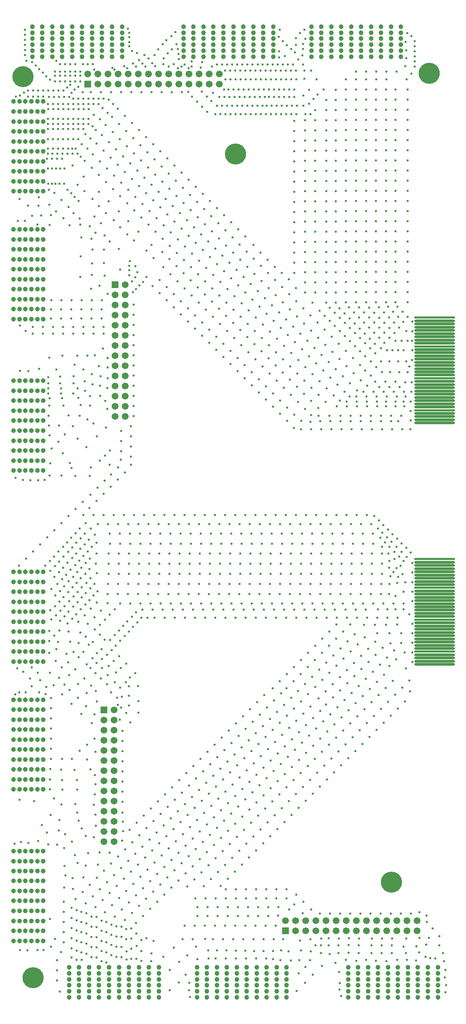
<source format=gbs>
%FSLAX23Y23*%
%MOIN*%
G70*
G01*
G75*
G04 Layer_Color=16711935*
%ADD10R,0.394X0.016*%
%ADD11O,0.394X0.016*%
%ADD12C,0.010*%
%ADD13R,0.059X0.059*%
%ADD14C,0.059*%
%ADD15R,0.059X0.059*%
%ADD16C,0.039*%
%ADD17C,0.015*%
%ADD18C,0.200*%
%ADD19C,0.008*%
%ADD20C,0.008*%
%ADD21R,0.402X0.024*%
%ADD22O,0.402X0.024*%
%ADD23R,0.067X0.067*%
%ADD24C,0.067*%
%ADD25R,0.067X0.067*%
%ADD26C,0.047*%
%ADD27C,0.023*%
%ADD28C,0.208*%
D21*
X4200Y6748D02*
D03*
Y6464D02*
D03*
Y6149D02*
D03*
Y5834D02*
D03*
Y3451D02*
D03*
Y3766D02*
D03*
Y4081D02*
D03*
Y4365D02*
D03*
D22*
Y6716D02*
D03*
Y6685D02*
D03*
Y6653D02*
D03*
Y6622D02*
D03*
Y6590D02*
D03*
Y6559D02*
D03*
Y6527D02*
D03*
Y6496D02*
D03*
Y6433D02*
D03*
Y6401D02*
D03*
Y6370D02*
D03*
Y6338D02*
D03*
Y6307D02*
D03*
Y6275D02*
D03*
Y6244D02*
D03*
Y6212D02*
D03*
Y6181D02*
D03*
Y6118D02*
D03*
Y6086D02*
D03*
Y6055D02*
D03*
Y6023D02*
D03*
Y5992D02*
D03*
Y5960D02*
D03*
Y5929D02*
D03*
Y5897D02*
D03*
Y5866D02*
D03*
Y5803D02*
D03*
Y5771D02*
D03*
Y5740D02*
D03*
Y5708D02*
D03*
Y3325D02*
D03*
Y3357D02*
D03*
Y3388D02*
D03*
Y3420D02*
D03*
Y3483D02*
D03*
Y3514D02*
D03*
Y3546D02*
D03*
Y3577D02*
D03*
Y3609D02*
D03*
Y3640D02*
D03*
Y3672D02*
D03*
Y3703D02*
D03*
Y3735D02*
D03*
Y3798D02*
D03*
Y3829D02*
D03*
Y3861D02*
D03*
Y3892D02*
D03*
Y3924D02*
D03*
Y3955D02*
D03*
Y3987D02*
D03*
Y4018D02*
D03*
Y4050D02*
D03*
Y4113D02*
D03*
Y4144D02*
D03*
Y4176D02*
D03*
Y4207D02*
D03*
Y4239D02*
D03*
Y4270D02*
D03*
Y4302D02*
D03*
Y4333D02*
D03*
D23*
X1042Y7071D02*
D03*
X934Y2877D02*
D03*
D24*
X1042Y6971D02*
D03*
Y6871D02*
D03*
Y6771D02*
D03*
Y6671D02*
D03*
Y6571D02*
D03*
Y6471D02*
D03*
Y6371D02*
D03*
Y6271D02*
D03*
Y6171D02*
D03*
Y6071D02*
D03*
Y5971D02*
D03*
Y5871D02*
D03*
Y5771D02*
D03*
X1142Y7071D02*
D03*
Y6971D02*
D03*
Y6871D02*
D03*
Y6771D02*
D03*
Y6671D02*
D03*
Y6571D02*
D03*
Y6471D02*
D03*
Y6371D02*
D03*
Y6271D02*
D03*
Y6171D02*
D03*
Y6071D02*
D03*
Y5971D02*
D03*
Y5871D02*
D03*
Y5771D02*
D03*
X2827Y695D02*
D03*
X2927D02*
D03*
X3027D02*
D03*
X3127D02*
D03*
X3227D02*
D03*
X3327D02*
D03*
X3427D02*
D03*
X3527D02*
D03*
X3627D02*
D03*
X3727D02*
D03*
X3827D02*
D03*
X3927D02*
D03*
X4027D02*
D03*
X2727Y795D02*
D03*
X2827D02*
D03*
X2927D02*
D03*
X3027D02*
D03*
X3127D02*
D03*
X3227D02*
D03*
X3327D02*
D03*
X3427D02*
D03*
X3527D02*
D03*
X3627D02*
D03*
X3727D02*
D03*
X3827D02*
D03*
X3927D02*
D03*
X4027D02*
D03*
X934Y2777D02*
D03*
Y2677D02*
D03*
Y2577D02*
D03*
Y2477D02*
D03*
Y2377D02*
D03*
Y2277D02*
D03*
Y2177D02*
D03*
Y2077D02*
D03*
Y1977D02*
D03*
Y1877D02*
D03*
Y1777D02*
D03*
Y1677D02*
D03*
Y1577D02*
D03*
X1034Y2877D02*
D03*
Y2777D02*
D03*
Y2677D02*
D03*
Y2577D02*
D03*
Y2477D02*
D03*
Y2377D02*
D03*
Y2277D02*
D03*
Y2177D02*
D03*
Y2077D02*
D03*
Y1977D02*
D03*
Y1877D02*
D03*
Y1777D02*
D03*
Y1677D02*
D03*
Y1577D02*
D03*
X873Y9053D02*
D03*
X973D02*
D03*
X1073D02*
D03*
X1173D02*
D03*
X1273D02*
D03*
X1373D02*
D03*
X1473D02*
D03*
X1573D02*
D03*
X1673D02*
D03*
X1773D02*
D03*
X1873D02*
D03*
X1973D02*
D03*
X2073D02*
D03*
X773Y9153D02*
D03*
X873D02*
D03*
X973D02*
D03*
X1073D02*
D03*
X1173D02*
D03*
X1273D02*
D03*
X1373D02*
D03*
X1473D02*
D03*
X1573D02*
D03*
X1673D02*
D03*
X1773D02*
D03*
X1873D02*
D03*
X1973D02*
D03*
X2073D02*
D03*
D25*
X2727Y695D02*
D03*
X773Y9053D02*
D03*
D26*
X3346Y40D02*
D03*
X4232D02*
D03*
X4133D02*
D03*
X4035D02*
D03*
X3937D02*
D03*
X3838D02*
D03*
X3740D02*
D03*
X3641D02*
D03*
X3543D02*
D03*
X3444D02*
D03*
X3346Y217D02*
D03*
X4232D02*
D03*
X4133D02*
D03*
X4035D02*
D03*
X3937D02*
D03*
X3838D02*
D03*
X3740D02*
D03*
X3641D02*
D03*
X3543D02*
D03*
X3444D02*
D03*
X3346Y99D02*
D03*
X4232D02*
D03*
X4133D02*
D03*
X4035D02*
D03*
X3937D02*
D03*
X3838D02*
D03*
X3740D02*
D03*
X3641D02*
D03*
X3543D02*
D03*
X3444D02*
D03*
X3346Y158D02*
D03*
X3444D02*
D03*
X3543D02*
D03*
X3641D02*
D03*
X3740D02*
D03*
X3838D02*
D03*
X3937D02*
D03*
X4035D02*
D03*
X4133D02*
D03*
X4232D02*
D03*
Y276D02*
D03*
X4133D02*
D03*
X4035D02*
D03*
X3937D02*
D03*
X3838D02*
D03*
X3740D02*
D03*
X3641D02*
D03*
X3543D02*
D03*
X3444D02*
D03*
X3346D02*
D03*
Y335D02*
D03*
X3444D02*
D03*
X3543D02*
D03*
X3641D02*
D03*
X3740D02*
D03*
X3838D02*
D03*
X3937D02*
D03*
X4035D02*
D03*
X4133D02*
D03*
X4232D02*
D03*
X1852Y40D02*
D03*
X2738D02*
D03*
X2639D02*
D03*
X2541D02*
D03*
X2443D02*
D03*
X2344D02*
D03*
X2246D02*
D03*
X2147D02*
D03*
X2049D02*
D03*
X1950D02*
D03*
X1852Y217D02*
D03*
X2738D02*
D03*
X2639D02*
D03*
X2541D02*
D03*
X2443D02*
D03*
X2344D02*
D03*
X2246D02*
D03*
X2147D02*
D03*
X2049D02*
D03*
X1950D02*
D03*
X1852Y99D02*
D03*
X2738D02*
D03*
X2639D02*
D03*
X2541D02*
D03*
X2443D02*
D03*
X2344D02*
D03*
X2246D02*
D03*
X2147D02*
D03*
X2049D02*
D03*
X1950D02*
D03*
X1852Y158D02*
D03*
X1950D02*
D03*
X2049D02*
D03*
X2147D02*
D03*
X2246D02*
D03*
X2344D02*
D03*
X2443D02*
D03*
X2541D02*
D03*
X2639D02*
D03*
X2738D02*
D03*
Y276D02*
D03*
X2639D02*
D03*
X2541D02*
D03*
X2443D02*
D03*
X2344D02*
D03*
X2246D02*
D03*
X2147D02*
D03*
X2049D02*
D03*
X1950D02*
D03*
X1852D02*
D03*
Y335D02*
D03*
X1950D02*
D03*
X2049D02*
D03*
X2147D02*
D03*
X2246D02*
D03*
X2344D02*
D03*
X2443D02*
D03*
X2541D02*
D03*
X2639D02*
D03*
X2738D02*
D03*
X590Y40D02*
D03*
X1476D02*
D03*
X1377D02*
D03*
X1279D02*
D03*
X1181D02*
D03*
X1082D02*
D03*
X984D02*
D03*
X885D02*
D03*
X787D02*
D03*
X688D02*
D03*
X590Y217D02*
D03*
X1476D02*
D03*
X1377D02*
D03*
X1279D02*
D03*
X1181D02*
D03*
X1082D02*
D03*
X984D02*
D03*
X885D02*
D03*
X787D02*
D03*
X688D02*
D03*
X590Y99D02*
D03*
X1476D02*
D03*
X1377D02*
D03*
X1279D02*
D03*
X1181D02*
D03*
X1082D02*
D03*
X984D02*
D03*
X885D02*
D03*
X787D02*
D03*
X688D02*
D03*
X590Y158D02*
D03*
X688D02*
D03*
X787D02*
D03*
X885D02*
D03*
X984D02*
D03*
X1082D02*
D03*
X1181D02*
D03*
X1279D02*
D03*
X1377D02*
D03*
X1476D02*
D03*
Y276D02*
D03*
X1377D02*
D03*
X1279D02*
D03*
X1181D02*
D03*
X1082D02*
D03*
X984D02*
D03*
X885D02*
D03*
X787D02*
D03*
X688D02*
D03*
X590D02*
D03*
Y335D02*
D03*
X688D02*
D03*
X787D02*
D03*
X885D02*
D03*
X984D02*
D03*
X1082D02*
D03*
X1181D02*
D03*
X1279D02*
D03*
X1377D02*
D03*
X1476D02*
D03*
X40Y1483D02*
D03*
Y597D02*
D03*
Y695D02*
D03*
Y794D02*
D03*
Y892D02*
D03*
Y991D02*
D03*
Y1089D02*
D03*
Y1188D02*
D03*
Y1286D02*
D03*
Y1384D02*
D03*
X217Y1483D02*
D03*
Y597D02*
D03*
Y695D02*
D03*
Y794D02*
D03*
Y892D02*
D03*
Y991D02*
D03*
Y1089D02*
D03*
Y1188D02*
D03*
Y1286D02*
D03*
Y1384D02*
D03*
X99Y1483D02*
D03*
Y597D02*
D03*
Y695D02*
D03*
Y794D02*
D03*
Y892D02*
D03*
Y991D02*
D03*
Y1089D02*
D03*
Y1188D02*
D03*
Y1286D02*
D03*
Y1384D02*
D03*
X158Y1483D02*
D03*
Y1384D02*
D03*
Y1286D02*
D03*
Y1188D02*
D03*
Y1089D02*
D03*
Y991D02*
D03*
Y892D02*
D03*
Y794D02*
D03*
Y695D02*
D03*
Y597D02*
D03*
X276D02*
D03*
Y695D02*
D03*
Y794D02*
D03*
Y892D02*
D03*
Y991D02*
D03*
Y1089D02*
D03*
Y1188D02*
D03*
Y1286D02*
D03*
Y1384D02*
D03*
Y1483D02*
D03*
X335D02*
D03*
Y1384D02*
D03*
Y1286D02*
D03*
Y1188D02*
D03*
Y1089D02*
D03*
Y991D02*
D03*
Y892D02*
D03*
Y794D02*
D03*
Y695D02*
D03*
Y597D02*
D03*
X40Y2977D02*
D03*
Y2091D02*
D03*
Y2189D02*
D03*
Y2288D02*
D03*
Y2386D02*
D03*
Y2485D02*
D03*
Y2583D02*
D03*
Y2682D02*
D03*
Y2780D02*
D03*
Y2878D02*
D03*
X217Y2977D02*
D03*
Y2091D02*
D03*
Y2189D02*
D03*
Y2288D02*
D03*
Y2386D02*
D03*
Y2485D02*
D03*
Y2583D02*
D03*
Y2682D02*
D03*
Y2780D02*
D03*
Y2878D02*
D03*
X99Y2977D02*
D03*
Y2091D02*
D03*
Y2189D02*
D03*
Y2288D02*
D03*
Y2386D02*
D03*
Y2485D02*
D03*
Y2583D02*
D03*
Y2682D02*
D03*
Y2780D02*
D03*
Y2878D02*
D03*
X158Y2977D02*
D03*
Y2878D02*
D03*
Y2780D02*
D03*
Y2682D02*
D03*
Y2583D02*
D03*
Y2485D02*
D03*
Y2386D02*
D03*
Y2288D02*
D03*
Y2189D02*
D03*
Y2091D02*
D03*
X276D02*
D03*
Y2189D02*
D03*
Y2288D02*
D03*
Y2386D02*
D03*
Y2485D02*
D03*
Y2583D02*
D03*
Y2682D02*
D03*
Y2780D02*
D03*
Y2878D02*
D03*
Y2977D02*
D03*
X335D02*
D03*
Y2878D02*
D03*
Y2780D02*
D03*
Y2682D02*
D03*
Y2583D02*
D03*
Y2485D02*
D03*
Y2386D02*
D03*
Y2288D02*
D03*
Y2189D02*
D03*
Y2091D02*
D03*
X40Y4239D02*
D03*
Y3353D02*
D03*
Y3451D02*
D03*
Y3550D02*
D03*
Y3648D02*
D03*
Y3747D02*
D03*
Y3845D02*
D03*
Y3944D02*
D03*
Y4042D02*
D03*
Y4140D02*
D03*
X217Y4239D02*
D03*
Y3353D02*
D03*
Y3451D02*
D03*
Y3550D02*
D03*
Y3648D02*
D03*
Y3747D02*
D03*
Y3845D02*
D03*
Y3944D02*
D03*
Y4042D02*
D03*
Y4140D02*
D03*
X99Y4239D02*
D03*
Y3353D02*
D03*
Y3451D02*
D03*
Y3550D02*
D03*
Y3648D02*
D03*
Y3747D02*
D03*
Y3845D02*
D03*
Y3944D02*
D03*
Y4042D02*
D03*
Y4140D02*
D03*
X158Y4239D02*
D03*
Y4140D02*
D03*
Y4042D02*
D03*
Y3944D02*
D03*
Y3845D02*
D03*
Y3747D02*
D03*
Y3648D02*
D03*
Y3550D02*
D03*
Y3451D02*
D03*
Y3353D02*
D03*
X276D02*
D03*
Y3451D02*
D03*
Y3550D02*
D03*
Y3648D02*
D03*
Y3747D02*
D03*
Y3845D02*
D03*
Y3944D02*
D03*
Y4042D02*
D03*
Y4140D02*
D03*
Y4239D02*
D03*
X335D02*
D03*
Y4140D02*
D03*
Y4042D02*
D03*
Y3944D02*
D03*
Y3845D02*
D03*
Y3747D02*
D03*
Y3648D02*
D03*
Y3550D02*
D03*
Y3451D02*
D03*
Y3353D02*
D03*
X40Y6125D02*
D03*
Y5239D02*
D03*
Y5337D02*
D03*
Y5436D02*
D03*
Y5534D02*
D03*
Y5633D02*
D03*
Y5731D02*
D03*
Y5830D02*
D03*
Y5928D02*
D03*
Y6026D02*
D03*
X217Y6125D02*
D03*
Y5239D02*
D03*
Y5337D02*
D03*
Y5436D02*
D03*
Y5534D02*
D03*
Y5633D02*
D03*
Y5731D02*
D03*
Y5830D02*
D03*
Y5928D02*
D03*
Y6026D02*
D03*
X99Y6125D02*
D03*
Y5239D02*
D03*
Y5337D02*
D03*
Y5436D02*
D03*
Y5534D02*
D03*
Y5633D02*
D03*
Y5731D02*
D03*
Y5830D02*
D03*
Y5928D02*
D03*
Y6026D02*
D03*
X158Y6125D02*
D03*
Y6026D02*
D03*
Y5928D02*
D03*
Y5830D02*
D03*
Y5731D02*
D03*
Y5633D02*
D03*
Y5534D02*
D03*
Y5436D02*
D03*
Y5337D02*
D03*
Y5239D02*
D03*
X276D02*
D03*
Y5337D02*
D03*
Y5436D02*
D03*
Y5534D02*
D03*
Y5633D02*
D03*
Y5731D02*
D03*
Y5830D02*
D03*
Y5928D02*
D03*
Y6026D02*
D03*
Y6125D02*
D03*
X335D02*
D03*
Y6026D02*
D03*
Y5928D02*
D03*
Y5830D02*
D03*
Y5731D02*
D03*
Y5633D02*
D03*
Y5534D02*
D03*
Y5436D02*
D03*
Y5337D02*
D03*
Y5239D02*
D03*
X40Y7619D02*
D03*
Y6733D02*
D03*
Y6831D02*
D03*
Y6930D02*
D03*
Y7028D02*
D03*
Y7127D02*
D03*
Y7225D02*
D03*
Y7324D02*
D03*
Y7422D02*
D03*
Y7520D02*
D03*
X217Y7619D02*
D03*
Y6733D02*
D03*
Y6831D02*
D03*
Y6930D02*
D03*
Y7028D02*
D03*
Y7127D02*
D03*
Y7225D02*
D03*
Y7324D02*
D03*
Y7422D02*
D03*
Y7520D02*
D03*
X99Y7619D02*
D03*
Y6733D02*
D03*
Y6831D02*
D03*
Y6930D02*
D03*
Y7028D02*
D03*
Y7127D02*
D03*
Y7225D02*
D03*
Y7324D02*
D03*
Y7422D02*
D03*
Y7520D02*
D03*
X158Y7619D02*
D03*
Y7520D02*
D03*
Y7422D02*
D03*
Y7324D02*
D03*
Y7225D02*
D03*
Y7127D02*
D03*
Y7028D02*
D03*
Y6930D02*
D03*
Y6831D02*
D03*
Y6733D02*
D03*
X276D02*
D03*
Y6831D02*
D03*
Y6930D02*
D03*
Y7028D02*
D03*
Y7127D02*
D03*
Y7225D02*
D03*
Y7324D02*
D03*
Y7422D02*
D03*
Y7520D02*
D03*
Y7619D02*
D03*
X335D02*
D03*
Y7520D02*
D03*
Y7422D02*
D03*
Y7324D02*
D03*
Y7225D02*
D03*
Y7127D02*
D03*
Y7028D02*
D03*
Y6930D02*
D03*
Y6831D02*
D03*
Y6733D02*
D03*
X40Y8881D02*
D03*
Y7995D02*
D03*
Y8093D02*
D03*
Y8192D02*
D03*
Y8290D02*
D03*
Y8389D02*
D03*
Y8487D02*
D03*
Y8586D02*
D03*
Y8684D02*
D03*
Y8782D02*
D03*
X217Y8881D02*
D03*
Y7995D02*
D03*
Y8093D02*
D03*
Y8192D02*
D03*
Y8290D02*
D03*
Y8389D02*
D03*
Y8487D02*
D03*
Y8586D02*
D03*
Y8684D02*
D03*
Y8782D02*
D03*
X99Y8881D02*
D03*
Y7995D02*
D03*
Y8093D02*
D03*
Y8192D02*
D03*
Y8290D02*
D03*
Y8389D02*
D03*
Y8487D02*
D03*
Y8586D02*
D03*
Y8684D02*
D03*
Y8782D02*
D03*
X158Y8881D02*
D03*
Y8782D02*
D03*
Y8684D02*
D03*
Y8586D02*
D03*
Y8487D02*
D03*
Y8389D02*
D03*
Y8290D02*
D03*
Y8192D02*
D03*
Y8093D02*
D03*
Y7995D02*
D03*
X276D02*
D03*
Y8093D02*
D03*
Y8192D02*
D03*
Y8290D02*
D03*
Y8389D02*
D03*
Y8487D02*
D03*
Y8586D02*
D03*
Y8684D02*
D03*
Y8782D02*
D03*
Y8881D02*
D03*
X335D02*
D03*
Y8782D02*
D03*
Y8684D02*
D03*
Y8586D02*
D03*
Y8487D02*
D03*
Y8389D02*
D03*
Y8290D02*
D03*
Y8192D02*
D03*
Y8093D02*
D03*
Y7995D02*
D03*
X1112Y9619D02*
D03*
X226D02*
D03*
X324D02*
D03*
X423D02*
D03*
X521D02*
D03*
X620D02*
D03*
X718D02*
D03*
X817D02*
D03*
X915D02*
D03*
X1013D02*
D03*
X1112Y9442D02*
D03*
X226D02*
D03*
X324D02*
D03*
X423D02*
D03*
X521D02*
D03*
X620D02*
D03*
X718D02*
D03*
X817D02*
D03*
X915D02*
D03*
X1013D02*
D03*
X1112Y9560D02*
D03*
X226D02*
D03*
X324D02*
D03*
X423D02*
D03*
X521D02*
D03*
X620D02*
D03*
X718D02*
D03*
X817D02*
D03*
X915D02*
D03*
X1013D02*
D03*
X1112Y9501D02*
D03*
X1013D02*
D03*
X915D02*
D03*
X817D02*
D03*
X718D02*
D03*
X620D02*
D03*
X521D02*
D03*
X423D02*
D03*
X324D02*
D03*
X226D02*
D03*
Y9383D02*
D03*
X324D02*
D03*
X423D02*
D03*
X521D02*
D03*
X620D02*
D03*
X718D02*
D03*
X817D02*
D03*
X915D02*
D03*
X1013D02*
D03*
X1112D02*
D03*
Y9324D02*
D03*
X1013D02*
D03*
X915D02*
D03*
X817D02*
D03*
X718D02*
D03*
X620D02*
D03*
X521D02*
D03*
X423D02*
D03*
X324D02*
D03*
X226D02*
D03*
X2606Y9619D02*
D03*
X1720D02*
D03*
X1818D02*
D03*
X1917D02*
D03*
X2015D02*
D03*
X2114D02*
D03*
X2212D02*
D03*
X2311D02*
D03*
X2409D02*
D03*
X2507D02*
D03*
X2606Y9442D02*
D03*
X1720D02*
D03*
X1818D02*
D03*
X1917D02*
D03*
X2015D02*
D03*
X2114D02*
D03*
X2212D02*
D03*
X2311D02*
D03*
X2409D02*
D03*
X2507D02*
D03*
X2606Y9560D02*
D03*
X1720D02*
D03*
X1818D02*
D03*
X1917D02*
D03*
X2015D02*
D03*
X2114D02*
D03*
X2212D02*
D03*
X2311D02*
D03*
X2409D02*
D03*
X2507D02*
D03*
X2606Y9501D02*
D03*
X2507D02*
D03*
X2409D02*
D03*
X2311D02*
D03*
X2212D02*
D03*
X2114D02*
D03*
X2015D02*
D03*
X1917D02*
D03*
X1818D02*
D03*
X1720D02*
D03*
Y9383D02*
D03*
X1818D02*
D03*
X1917D02*
D03*
X2015D02*
D03*
X2114D02*
D03*
X2212D02*
D03*
X2311D02*
D03*
X2409D02*
D03*
X2507D02*
D03*
X2606D02*
D03*
Y9324D02*
D03*
X2507D02*
D03*
X2409D02*
D03*
X2311D02*
D03*
X2212D02*
D03*
X2114D02*
D03*
X2015D02*
D03*
X1917D02*
D03*
X1818D02*
D03*
X1720D02*
D03*
X3868Y9619D02*
D03*
X2982D02*
D03*
X3080D02*
D03*
X3179D02*
D03*
X3277D02*
D03*
X3376D02*
D03*
X3474D02*
D03*
X3573D02*
D03*
X3671D02*
D03*
X3769D02*
D03*
X3868Y9442D02*
D03*
X2982D02*
D03*
X3080D02*
D03*
X3179D02*
D03*
X3277D02*
D03*
X3376D02*
D03*
X3474D02*
D03*
X3573D02*
D03*
X3671D02*
D03*
X3769D02*
D03*
X3868Y9560D02*
D03*
X2982D02*
D03*
X3080D02*
D03*
X3179D02*
D03*
X3277D02*
D03*
X3376D02*
D03*
X3474D02*
D03*
X3573D02*
D03*
X3671D02*
D03*
X3769D02*
D03*
X3868Y9501D02*
D03*
X3769D02*
D03*
X3671D02*
D03*
X3573D02*
D03*
X3474D02*
D03*
X3376D02*
D03*
X3277D02*
D03*
X3179D02*
D03*
X3080D02*
D03*
X2982D02*
D03*
Y9383D02*
D03*
X3080D02*
D03*
X3179D02*
D03*
X3277D02*
D03*
X3376D02*
D03*
X3474D02*
D03*
X3573D02*
D03*
X3671D02*
D03*
X3769D02*
D03*
X3868D02*
D03*
Y9324D02*
D03*
X3769D02*
D03*
X3671D02*
D03*
X3573D02*
D03*
X3474D02*
D03*
X3376D02*
D03*
X3277D02*
D03*
X3179D02*
D03*
X3080D02*
D03*
X2982D02*
D03*
D27*
X838Y9197D02*
D03*
X3911Y4137D02*
D03*
X3895Y4042D02*
D03*
X3855Y6063D02*
D03*
X3755D02*
D03*
X3655D02*
D03*
X3498Y6016D02*
D03*
X3598D02*
D03*
X3698D02*
D03*
X3798D02*
D03*
X3898D02*
D03*
X3913Y5969D02*
D03*
X3427Y5968D02*
D03*
X3527D02*
D03*
X3627D02*
D03*
X3727D02*
D03*
X3827D02*
D03*
X3633Y5874D02*
D03*
X3533D02*
D03*
X3433D02*
D03*
X3333D02*
D03*
X3233D02*
D03*
X3719Y5873D02*
D03*
X3815D02*
D03*
X3899D02*
D03*
X1115Y1587D02*
D03*
X1092Y7221D02*
D03*
X401Y813D02*
D03*
X1782Y42D02*
D03*
X4307Y88D02*
D03*
X4312Y158D02*
D03*
X4300Y235D02*
D03*
X4306Y309D02*
D03*
X4295Y395D02*
D03*
X4284Y476D02*
D03*
X4248Y553D02*
D03*
X4246Y643D02*
D03*
X4181Y720D02*
D03*
X4050Y879D02*
D03*
X4121Y846D02*
D03*
X4123Y781D02*
D03*
X2536Y422D02*
D03*
X2436D02*
D03*
X2336D02*
D03*
X2236D02*
D03*
X2136D02*
D03*
X2036D02*
D03*
X2605Y417D02*
D03*
X2684Y503D02*
D03*
X2603Y495D02*
D03*
X2510Y496D02*
D03*
X2417Y497D02*
D03*
X2331Y499D02*
D03*
X2238Y500D02*
D03*
X2142Y503D02*
D03*
X2049Y504D02*
D03*
X1967Y423D02*
D03*
X1964Y502D02*
D03*
X1858Y417D02*
D03*
X1775Y109D02*
D03*
X1776Y181D02*
D03*
X1741Y261D02*
D03*
X1672Y185D02*
D03*
X1583Y110D02*
D03*
X1845Y538D02*
D03*
X1758Y454D02*
D03*
X1676Y388D02*
D03*
X1585Y309D02*
D03*
X1519Y439D02*
D03*
X1624Y528D02*
D03*
X2702Y612D02*
D03*
X2631Y745D02*
D03*
X2531D02*
D03*
X2431D02*
D03*
X2331D02*
D03*
X2231D02*
D03*
X2131D02*
D03*
X2031D02*
D03*
X1931D02*
D03*
X1831D02*
D03*
X1731D02*
D03*
X2655Y845D02*
D03*
X2557Y844D02*
D03*
X2457D02*
D03*
X2357D02*
D03*
X2257D02*
D03*
X2157D02*
D03*
X2057D02*
D03*
X1957D02*
D03*
X1857D02*
D03*
X625Y8250D02*
D03*
X1175Y7700D02*
D03*
X980Y7895D02*
D03*
X1405Y7465D02*
D03*
X1275Y7595D02*
D03*
X1080Y7795D02*
D03*
X735Y8140D02*
D03*
X885Y7990D02*
D03*
X1230Y7510D02*
D03*
X1165Y7570D02*
D03*
X1095Y7640D02*
D03*
X1030Y7710D02*
D03*
X955Y7780D02*
D03*
X885Y7850D02*
D03*
X820Y7920D02*
D03*
X740Y7995D02*
D03*
X675Y8060D02*
D03*
X700Y7665D02*
D03*
X915Y6920D02*
D03*
X815D02*
D03*
X715D02*
D03*
X615D02*
D03*
X515D02*
D03*
X415D02*
D03*
X595Y7660D02*
D03*
X910Y6830D02*
D03*
X810D02*
D03*
X710D02*
D03*
X610D02*
D03*
X510D02*
D03*
X410D02*
D03*
X535Y7730D02*
D03*
X910Y6740D02*
D03*
X810D02*
D03*
X710D02*
D03*
X610D02*
D03*
X510D02*
D03*
X410D02*
D03*
X105Y6670D02*
D03*
X160Y6615D02*
D03*
X930Y6590D02*
D03*
X830D02*
D03*
X730D02*
D03*
X930Y6655D02*
D03*
X830D02*
D03*
X730D02*
D03*
X630Y6590D02*
D03*
X530D02*
D03*
X430D02*
D03*
X330D02*
D03*
X230D02*
D03*
X630Y6655D02*
D03*
X530D02*
D03*
X430D02*
D03*
X330D02*
D03*
X230D02*
D03*
X895Y5335D02*
D03*
X945Y5385D02*
D03*
X1105Y5630D02*
D03*
Y5530D02*
D03*
Y5430D02*
D03*
X995Y5435D02*
D03*
X1200Y5675D02*
D03*
Y5575D02*
D03*
Y5475D02*
D03*
Y5375D02*
D03*
X1100Y5345D02*
D03*
X1075Y5270D02*
D03*
X1005Y5200D02*
D03*
X940Y5140D02*
D03*
X870Y5070D02*
D03*
X800Y5000D02*
D03*
X1200Y5295D02*
D03*
X1140Y5220D02*
D03*
X1070Y5150D02*
D03*
X1000Y5080D02*
D03*
X930Y5010D02*
D03*
X860Y4940D02*
D03*
X790Y4870D02*
D03*
X725Y4930D02*
D03*
X655Y4860D02*
D03*
X585Y4790D02*
D03*
X515Y4720D02*
D03*
X445Y4650D02*
D03*
X375Y4580D02*
D03*
X305Y4510D02*
D03*
X235Y4440D02*
D03*
X165Y4370D02*
D03*
X95Y4300D02*
D03*
X755Y4720D02*
D03*
X805Y4665D02*
D03*
X845Y4605D02*
D03*
X860Y4525D02*
D03*
Y4420D02*
D03*
X865Y4225D02*
D03*
X855Y4320D02*
D03*
X405Y3860D02*
D03*
X415Y4070D02*
D03*
Y3770D02*
D03*
X495Y3660D02*
D03*
X445Y3610D02*
D03*
X395Y3555D02*
D03*
X465Y3475D02*
D03*
X395Y3440D02*
D03*
X685Y3395D02*
D03*
X635Y3450D02*
D03*
X730D02*
D03*
X940Y3570D02*
D03*
X895Y3620D02*
D03*
Y3715D02*
D03*
X845Y3670D02*
D03*
X945Y3765D02*
D03*
X990Y3815D02*
D03*
X1040Y3870D02*
D03*
X980Y8900D02*
D03*
X930Y8910D02*
D03*
X880D02*
D03*
X830D02*
D03*
X780D02*
D03*
X730D02*
D03*
X680D02*
D03*
X630D02*
D03*
X65Y8930D02*
D03*
X105Y8940D02*
D03*
X145Y8970D02*
D03*
X400Y9095D02*
D03*
X365Y9130D02*
D03*
X330Y9165D02*
D03*
X295Y9200D02*
D03*
X260Y9235D02*
D03*
X225Y9270D02*
D03*
X600Y9045D02*
D03*
X570Y9020D02*
D03*
X535Y8990D02*
D03*
X485D02*
D03*
X435D02*
D03*
X385D02*
D03*
X335D02*
D03*
X285D02*
D03*
X235D02*
D03*
X185D02*
D03*
X680Y9025D02*
D03*
X645Y9000D02*
D03*
X615Y8965D02*
D03*
X590Y8925D02*
D03*
X540D02*
D03*
X490D02*
D03*
X440D02*
D03*
X390D02*
D03*
X335Y8930D02*
D03*
X285D02*
D03*
X235D02*
D03*
X185D02*
D03*
X700Y9080D02*
D03*
X650D02*
D03*
X600D02*
D03*
X550D02*
D03*
X500D02*
D03*
X450D02*
D03*
X2455Y9245D02*
D03*
X3915Y9470D02*
D03*
X3920Y9385D02*
D03*
Y9310D02*
D03*
X2620Y7250D02*
D03*
X2550Y7320D02*
D03*
X2330Y7550D02*
D03*
X2260Y7620D02*
D03*
X2190Y7690D02*
D03*
X2120Y7760D02*
D03*
X2050Y7830D02*
D03*
X1980Y7900D02*
D03*
X1910Y7970D02*
D03*
X1840Y8040D02*
D03*
X1770Y8110D02*
D03*
X1700Y8180D02*
D03*
X1630Y8250D02*
D03*
X1560Y8320D02*
D03*
X1490Y8390D02*
D03*
X1420Y8460D02*
D03*
X1350Y8530D02*
D03*
X1280Y8600D02*
D03*
X1210Y8670D02*
D03*
X1140Y8740D02*
D03*
X1070Y8810D02*
D03*
X1025Y8855D02*
D03*
X2410Y7465D02*
D03*
X2480Y7390D02*
D03*
X2690Y7190D02*
D03*
X2815D02*
D03*
Y7290D02*
D03*
Y7390D02*
D03*
Y7490D02*
D03*
Y7590D02*
D03*
Y7690D02*
D03*
Y7790D02*
D03*
Y7890D02*
D03*
Y7990D02*
D03*
Y8090D02*
D03*
Y8190D02*
D03*
Y8290D02*
D03*
Y8390D02*
D03*
Y8490D02*
D03*
Y8590D02*
D03*
Y8690D02*
D03*
X2760Y7125D02*
D03*
X2830Y7040D02*
D03*
X2920Y6995D02*
D03*
Y7095D02*
D03*
Y7195D02*
D03*
Y7295D02*
D03*
Y7395D02*
D03*
Y7495D02*
D03*
Y7595D02*
D03*
Y7695D02*
D03*
Y7795D02*
D03*
Y7895D02*
D03*
Y7995D02*
D03*
Y8095D02*
D03*
Y8195D02*
D03*
Y8295D02*
D03*
Y8395D02*
D03*
Y8495D02*
D03*
Y8595D02*
D03*
Y8695D02*
D03*
X3950Y6265D02*
D03*
X3920Y6315D02*
D03*
X3840D02*
D03*
X3755D02*
D03*
X3670D02*
D03*
X3935Y6210D02*
D03*
X3850D02*
D03*
X3760D02*
D03*
X3680D02*
D03*
X3625Y6260D02*
D03*
X3570Y6315D02*
D03*
X3535Y6075D02*
D03*
X3570Y6175D02*
D03*
X3910Y6110D02*
D03*
X3815Y6115D02*
D03*
X3715D02*
D03*
X3615D02*
D03*
X3840Y5725D02*
D03*
X3895Y5920D02*
D03*
X3815D02*
D03*
X3720D02*
D03*
X3630D02*
D03*
X3530D02*
D03*
X3430D02*
D03*
X3330D02*
D03*
X3770Y5725D02*
D03*
X3670D02*
D03*
X3570D02*
D03*
X3470D02*
D03*
X3370D02*
D03*
X3270D02*
D03*
X3170D02*
D03*
X3070D02*
D03*
X3960Y5645D02*
D03*
X3880D02*
D03*
X3780D02*
D03*
X3680D02*
D03*
X3580D02*
D03*
X3480D02*
D03*
X3380D02*
D03*
X3280D02*
D03*
X3180D02*
D03*
X3080D02*
D03*
X2980D02*
D03*
X2880D02*
D03*
X2810Y5660D02*
D03*
X2745Y5730D02*
D03*
X2675Y5800D02*
D03*
X2605Y5870D02*
D03*
X2535Y5940D02*
D03*
X2465Y6010D02*
D03*
X2395Y6080D02*
D03*
X2325Y6150D02*
D03*
X2255Y6220D02*
D03*
X2185Y6290D02*
D03*
X2115Y6360D02*
D03*
X2045Y6430D02*
D03*
X1975Y6500D02*
D03*
X1905Y6570D02*
D03*
X1835Y6640D02*
D03*
X1765Y6710D02*
D03*
X1695Y6780D02*
D03*
X1625Y6850D02*
D03*
X1555Y6920D02*
D03*
X1485Y6990D02*
D03*
X1415Y7060D02*
D03*
X2975Y5720D02*
D03*
X2885Y5730D02*
D03*
X2815Y5790D02*
D03*
X2745Y5860D02*
D03*
X2675Y5930D02*
D03*
X2605Y6000D02*
D03*
X2535Y6070D02*
D03*
X2465Y6140D02*
D03*
X2395Y6210D02*
D03*
X2325Y6280D02*
D03*
X2255Y6350D02*
D03*
X2185Y6420D02*
D03*
X2115Y6490D02*
D03*
X2045Y6560D02*
D03*
X1975Y6630D02*
D03*
X1905Y6700D02*
D03*
X1835Y6770D02*
D03*
X1765Y6840D02*
D03*
X1695Y6910D02*
D03*
X1625Y6980D02*
D03*
X1555Y7050D02*
D03*
X1485Y7120D02*
D03*
X3870Y5780D02*
D03*
X3770D02*
D03*
X3670D02*
D03*
X3570D02*
D03*
X2980Y5785D02*
D03*
X2920Y5845D02*
D03*
X2850Y5915D02*
D03*
X2780Y5985D02*
D03*
X2710Y6055D02*
D03*
X2640Y6125D02*
D03*
X2570Y6195D02*
D03*
X2500Y6265D02*
D03*
X2430Y6335D02*
D03*
X2360Y6405D02*
D03*
X2290Y6475D02*
D03*
X2220Y6545D02*
D03*
X2150Y6615D02*
D03*
X2080Y6685D02*
D03*
X2010Y6755D02*
D03*
X1940Y6825D02*
D03*
X1870Y6895D02*
D03*
X1800Y6965D02*
D03*
X1730Y7035D02*
D03*
X1660Y7105D02*
D03*
X1590Y7175D02*
D03*
X1520Y7245D02*
D03*
X1425Y7335D02*
D03*
X1355Y7410D02*
D03*
X3470Y5780D02*
D03*
X3370D02*
D03*
X3270D02*
D03*
X3055D02*
D03*
X3160D02*
D03*
X3050Y5855D02*
D03*
X2980Y5925D02*
D03*
X2910Y5995D02*
D03*
X2840Y6065D02*
D03*
X2770Y6135D02*
D03*
X2700Y6205D02*
D03*
X2630Y6275D02*
D03*
X2560Y6345D02*
D03*
X2490Y6415D02*
D03*
X2420Y6485D02*
D03*
X2350Y6555D02*
D03*
X2280Y6625D02*
D03*
X2210Y6695D02*
D03*
X2140Y6765D02*
D03*
X2070Y6835D02*
D03*
X2000Y6905D02*
D03*
X1930Y6975D02*
D03*
X1860Y7045D02*
D03*
X1790Y7115D02*
D03*
X1720Y7185D02*
D03*
X1650Y7255D02*
D03*
X1580Y7325D02*
D03*
X1510Y7395D02*
D03*
X3125Y5915D02*
D03*
X3055Y5985D02*
D03*
X2985Y6055D02*
D03*
X2915Y6125D02*
D03*
X2845Y6195D02*
D03*
X2775Y6265D02*
D03*
X2705Y6335D02*
D03*
X2635Y6405D02*
D03*
X2565Y6475D02*
D03*
X2495Y6545D02*
D03*
X2425Y6615D02*
D03*
X2355Y6685D02*
D03*
X2285Y6755D02*
D03*
X2215Y6825D02*
D03*
X2145Y6895D02*
D03*
X2075Y6965D02*
D03*
X2005Y7035D02*
D03*
X1935Y7105D02*
D03*
X1865Y7175D02*
D03*
X1795Y7245D02*
D03*
X1725Y7315D02*
D03*
X1655Y7385D02*
D03*
X1585Y7455D02*
D03*
X1515Y7525D02*
D03*
X1445Y7595D02*
D03*
X1375Y7665D02*
D03*
X1305Y7735D02*
D03*
X1235Y7805D02*
D03*
X1165Y7875D02*
D03*
X1095Y7945D02*
D03*
X1025Y8015D02*
D03*
X955Y8085D02*
D03*
X885Y8155D02*
D03*
X815Y8225D02*
D03*
X745Y8295D02*
D03*
X3265Y5930D02*
D03*
X3205Y5980D02*
D03*
X3135Y6050D02*
D03*
X3065Y6120D02*
D03*
X2995Y6190D02*
D03*
X2925Y6260D02*
D03*
X2855Y6330D02*
D03*
X2785Y6400D02*
D03*
X2715Y6470D02*
D03*
X2645Y6540D02*
D03*
X2575Y6610D02*
D03*
X2505Y6680D02*
D03*
X2435Y6750D02*
D03*
X2365Y6820D02*
D03*
X2295Y6890D02*
D03*
X2225Y6960D02*
D03*
X2155Y7030D02*
D03*
X2085Y7100D02*
D03*
X2015Y7170D02*
D03*
X1945Y7240D02*
D03*
X1875Y7310D02*
D03*
X1805Y7380D02*
D03*
X1735Y7450D02*
D03*
X1665Y7520D02*
D03*
X1595Y7590D02*
D03*
X1525Y7660D02*
D03*
X1455Y7730D02*
D03*
X1385Y7800D02*
D03*
X1315Y7870D02*
D03*
X1245Y7940D02*
D03*
X1175Y8010D02*
D03*
X1105Y8080D02*
D03*
X1035Y8150D02*
D03*
X965Y8220D02*
D03*
X895Y8290D02*
D03*
X825Y8360D02*
D03*
X770Y8415D02*
D03*
X3360Y5970D02*
D03*
X3310Y6015D02*
D03*
X3240Y6085D02*
D03*
X3170Y6155D02*
D03*
X3100Y6225D02*
D03*
X3030Y6295D02*
D03*
X2960Y6365D02*
D03*
X2890Y6435D02*
D03*
X2820Y6505D02*
D03*
X2750Y6575D02*
D03*
X2680Y6645D02*
D03*
X2610Y6715D02*
D03*
X2540Y6785D02*
D03*
X2470Y6855D02*
D03*
X2400Y6925D02*
D03*
X2330Y6995D02*
D03*
X2260Y7065D02*
D03*
X2190Y7135D02*
D03*
X2120Y7205D02*
D03*
X2050Y7275D02*
D03*
X1980Y7345D02*
D03*
X1910Y7415D02*
D03*
X1840Y7485D02*
D03*
X1770Y7555D02*
D03*
X1700Y7625D02*
D03*
X1630Y7695D02*
D03*
X1560Y7765D02*
D03*
X1490Y7835D02*
D03*
X1420Y7905D02*
D03*
X1350Y7975D02*
D03*
X1280Y8045D02*
D03*
X1210Y8115D02*
D03*
X1140Y8185D02*
D03*
X1070Y8255D02*
D03*
X1000Y8325D02*
D03*
X930Y8395D02*
D03*
X860Y8465D02*
D03*
X800Y8515D02*
D03*
X3435Y6030D02*
D03*
X3365Y6100D02*
D03*
X3295Y6170D02*
D03*
X3225Y6240D02*
D03*
X3155Y6310D02*
D03*
X3085Y6380D02*
D03*
X3015Y6450D02*
D03*
X2945Y6520D02*
D03*
X2875Y6590D02*
D03*
X2805Y6660D02*
D03*
X2735Y6730D02*
D03*
X2665Y6800D02*
D03*
X2595Y6870D02*
D03*
X2525Y6940D02*
D03*
X2455Y7010D02*
D03*
X2385Y7080D02*
D03*
X2315Y7150D02*
D03*
X2245Y7220D02*
D03*
X2175Y7290D02*
D03*
X2105Y7360D02*
D03*
X2035Y7430D02*
D03*
X1965Y7500D02*
D03*
X1895Y7570D02*
D03*
X1825Y7640D02*
D03*
X1755Y7710D02*
D03*
X1685Y7780D02*
D03*
X1615Y7850D02*
D03*
X1545Y7920D02*
D03*
X1475Y7990D02*
D03*
X1405Y8060D02*
D03*
X1335Y8130D02*
D03*
X1265Y8200D02*
D03*
X1195Y8270D02*
D03*
X1125Y8340D02*
D03*
X1055Y8410D02*
D03*
X985Y8480D02*
D03*
X915Y8550D02*
D03*
X855Y8600D02*
D03*
X3470Y6130D02*
D03*
X3400Y6200D02*
D03*
X3330Y6270D02*
D03*
X3260Y6340D02*
D03*
X3190Y6410D02*
D03*
X3120Y6480D02*
D03*
X3050Y6550D02*
D03*
X2980Y6620D02*
D03*
X2910Y6690D02*
D03*
X2840Y6760D02*
D03*
X2770Y6830D02*
D03*
X2700Y6900D02*
D03*
X2630Y6970D02*
D03*
X2560Y7040D02*
D03*
X2490Y7110D02*
D03*
X2420Y7180D02*
D03*
X2350Y7250D02*
D03*
X2280Y7320D02*
D03*
X2210Y7390D02*
D03*
X2140Y7460D02*
D03*
X2070Y7530D02*
D03*
X2000Y7600D02*
D03*
X1930Y7670D02*
D03*
X1860Y7740D02*
D03*
X1790Y7810D02*
D03*
X1720Y7880D02*
D03*
X1650Y7950D02*
D03*
X1580Y8020D02*
D03*
X1510Y8090D02*
D03*
X1440Y8160D02*
D03*
X1370Y8230D02*
D03*
X1300Y8300D02*
D03*
X1230Y8370D02*
D03*
X1160Y8440D02*
D03*
X1090Y8510D02*
D03*
X1020Y8580D02*
D03*
X950Y8650D02*
D03*
X895Y8705D02*
D03*
X3515Y6225D02*
D03*
X3465Y6280D02*
D03*
X3395Y6350D02*
D03*
X3325Y6420D02*
D03*
X3255Y6490D02*
D03*
X3185Y6560D02*
D03*
X3115Y6630D02*
D03*
X3045Y6700D02*
D03*
X2975Y6770D02*
D03*
X2905Y6840D02*
D03*
X2835Y6910D02*
D03*
X2765Y6980D02*
D03*
X2695Y7050D02*
D03*
X2625Y7120D02*
D03*
X2555Y7190D02*
D03*
X2485Y7260D02*
D03*
X2415Y7330D02*
D03*
X2345Y7400D02*
D03*
X2275Y7470D02*
D03*
X2205Y7540D02*
D03*
X2135Y7610D02*
D03*
X2065Y7680D02*
D03*
X1995Y7750D02*
D03*
X1925Y7820D02*
D03*
X1855Y7890D02*
D03*
X1785Y7960D02*
D03*
X1715Y8030D02*
D03*
X1645Y8100D02*
D03*
X1575Y8170D02*
D03*
X1505Y8240D02*
D03*
X1435Y8310D02*
D03*
X1365Y8380D02*
D03*
X1295Y8450D02*
D03*
X1225Y8520D02*
D03*
X1155Y8590D02*
D03*
X1085Y8660D02*
D03*
X1015Y8730D02*
D03*
X970Y8770D02*
D03*
X3840Y6425D02*
D03*
X3895D02*
D03*
X3935Y6755D02*
D03*
X3885Y6805D02*
D03*
X3835Y6855D02*
D03*
X3785Y6425D02*
D03*
X3890Y6705D02*
D03*
X3840Y6755D02*
D03*
X3790Y6805D02*
D03*
X3740Y6855D02*
D03*
X3730Y6425D02*
D03*
X3850Y6650D02*
D03*
X3800Y6700D02*
D03*
X3750Y6750D02*
D03*
X3700Y6800D02*
D03*
X3650Y6850D02*
D03*
X3920Y6615D02*
D03*
X3935Y6520D02*
D03*
X3805Y6595D02*
D03*
X3755Y6645D02*
D03*
X3705Y6695D02*
D03*
X3655Y6745D02*
D03*
X3605Y6795D02*
D03*
X3555Y6845D02*
D03*
X3875Y6520D02*
D03*
X3815D02*
D03*
X3755Y6550D02*
D03*
X3705Y6600D02*
D03*
X3655Y6650D02*
D03*
X3605Y6700D02*
D03*
X3555Y6750D02*
D03*
X3505Y6800D02*
D03*
X3455Y6850D02*
D03*
X3670Y6445D02*
D03*
X3705Y6500D02*
D03*
X3655Y6550D02*
D03*
X3605Y6600D02*
D03*
X3555Y6650D02*
D03*
X3505Y6700D02*
D03*
X3455Y6750D02*
D03*
X3405Y6800D02*
D03*
X3355Y6850D02*
D03*
X3610Y6490D02*
D03*
X3560Y6540D02*
D03*
X3510Y6590D02*
D03*
X3460Y6640D02*
D03*
X3410Y6690D02*
D03*
X3360Y6740D02*
D03*
X3310Y6790D02*
D03*
X3260Y6840D02*
D03*
X3615Y6395D02*
D03*
X3565Y6445D02*
D03*
X3515Y6495D02*
D03*
X3465Y6545D02*
D03*
X3415Y6595D02*
D03*
X3365Y6645D02*
D03*
X3315Y6695D02*
D03*
X3265Y6745D02*
D03*
X3215Y6795D02*
D03*
X3165Y6845D02*
D03*
X3515Y6365D02*
D03*
X3465Y6415D02*
D03*
X3415Y6465D02*
D03*
X3365Y6515D02*
D03*
X3315Y6565D02*
D03*
X3265Y6615D02*
D03*
X3215Y6665D02*
D03*
X3165Y6715D02*
D03*
X3115Y6765D02*
D03*
X3065Y6815D02*
D03*
X3935Y9000D02*
D03*
Y8900D02*
D03*
Y8800D02*
D03*
Y8700D02*
D03*
Y8600D02*
D03*
Y8500D02*
D03*
Y8400D02*
D03*
Y8300D02*
D03*
Y8200D02*
D03*
Y8100D02*
D03*
Y8000D02*
D03*
Y7900D02*
D03*
Y7800D02*
D03*
Y7700D02*
D03*
Y7600D02*
D03*
Y7500D02*
D03*
Y7400D02*
D03*
Y7300D02*
D03*
Y7200D02*
D03*
Y7100D02*
D03*
Y7000D02*
D03*
Y6900D02*
D03*
X3910Y9230D02*
D03*
X3970Y9155D02*
D03*
X3825Y9175D02*
D03*
X3725D02*
D03*
X3625D02*
D03*
X3525D02*
D03*
X3425D02*
D03*
X3925Y9100D02*
D03*
X3725D02*
D03*
X3625D02*
D03*
X3525D02*
D03*
X3425D02*
D03*
X3325D02*
D03*
X3035D02*
D03*
X2915Y9105D02*
D03*
X2835Y9100D02*
D03*
X2785D02*
D03*
X2735D02*
D03*
X2685D02*
D03*
X2635D02*
D03*
X2585D02*
D03*
X2535D02*
D03*
X2485D02*
D03*
X2435D02*
D03*
X2385D02*
D03*
X2335D02*
D03*
X2285D02*
D03*
X2235D02*
D03*
X2185D02*
D03*
X2135D02*
D03*
X2980Y9185D02*
D03*
X2915D02*
D03*
X2830D02*
D03*
X2780D02*
D03*
X2730D02*
D03*
X2680D02*
D03*
X2630D02*
D03*
X2580D02*
D03*
X2530D02*
D03*
X2480D02*
D03*
X2430D02*
D03*
X2380D02*
D03*
X2330D02*
D03*
X2280D02*
D03*
X2230D02*
D03*
X2180D02*
D03*
X2130D02*
D03*
X2815Y9000D02*
D03*
X2765D02*
D03*
X2715D02*
D03*
X2665D02*
D03*
X2615D02*
D03*
X2565D02*
D03*
X2515D02*
D03*
X2465D02*
D03*
X2415D02*
D03*
X2365D02*
D03*
X2315D02*
D03*
X2265D02*
D03*
X2215D02*
D03*
X2165D02*
D03*
X2010Y8965D02*
D03*
X1995Y8885D02*
D03*
X1950Y8930D02*
D03*
X1900Y8980D02*
D03*
X2120Y9000D02*
D03*
X1955Y8780D02*
D03*
X1905Y8830D02*
D03*
X1855Y8880D02*
D03*
X1805Y8930D02*
D03*
X1766Y8975D02*
D03*
X2975Y8755D02*
D03*
X2925D02*
D03*
X2835D02*
D03*
X2785D02*
D03*
X2735D02*
D03*
X2685D02*
D03*
X2635D02*
D03*
X2585D02*
D03*
X2535D02*
D03*
X2485D02*
D03*
X2435D02*
D03*
X2385D02*
D03*
X2335D02*
D03*
X2285D02*
D03*
X2235D02*
D03*
X2185D02*
D03*
X2135D02*
D03*
X2085D02*
D03*
X2035D02*
D03*
X2905Y8940D02*
D03*
X2960Y8995D02*
D03*
X2815Y8925D02*
D03*
X2765D02*
D03*
X2715D02*
D03*
X2665D02*
D03*
X2615D02*
D03*
X2565D02*
D03*
X2905Y8840D02*
D03*
X2840D02*
D03*
X2790D02*
D03*
X2740D02*
D03*
X2690D02*
D03*
X2640D02*
D03*
X2590D02*
D03*
X2540D02*
D03*
X2525Y8925D02*
D03*
X2475D02*
D03*
X2425D02*
D03*
X2375D02*
D03*
X2325D02*
D03*
X2275D02*
D03*
X2225D02*
D03*
X2175D02*
D03*
X2125D02*
D03*
X2075D02*
D03*
X2500Y8840D02*
D03*
X2450D02*
D03*
X2400D02*
D03*
X2350D02*
D03*
X2300D02*
D03*
X2250D02*
D03*
X2200D02*
D03*
X2150D02*
D03*
X2100D02*
D03*
X2050D02*
D03*
X2960Y8860D02*
D03*
X3045Y8950D02*
D03*
X3005Y8905D02*
D03*
X3020Y8795D02*
D03*
Y8695D02*
D03*
Y8595D02*
D03*
Y8495D02*
D03*
Y8395D02*
D03*
Y8295D02*
D03*
Y8195D02*
D03*
Y8095D02*
D03*
Y7995D02*
D03*
Y7895D02*
D03*
Y7795D02*
D03*
Y7695D02*
D03*
Y7595D02*
D03*
Y7495D02*
D03*
Y7395D02*
D03*
Y7295D02*
D03*
Y7195D02*
D03*
Y7095D02*
D03*
Y6995D02*
D03*
X2995Y6895D02*
D03*
X3105Y9000D02*
D03*
X3130Y8895D02*
D03*
Y8795D02*
D03*
Y8695D02*
D03*
Y8595D02*
D03*
Y8495D02*
D03*
Y8395D02*
D03*
Y8295D02*
D03*
Y8195D02*
D03*
Y8095D02*
D03*
Y7995D02*
D03*
Y7895D02*
D03*
Y7795D02*
D03*
Y7695D02*
D03*
Y7595D02*
D03*
Y7495D02*
D03*
Y7395D02*
D03*
Y7295D02*
D03*
Y7195D02*
D03*
Y7095D02*
D03*
Y6995D02*
D03*
Y6895D02*
D03*
X3225Y8995D02*
D03*
Y8895D02*
D03*
Y8795D02*
D03*
Y8695D02*
D03*
Y8595D02*
D03*
Y8495D02*
D03*
Y8395D02*
D03*
Y8295D02*
D03*
Y8195D02*
D03*
Y8095D02*
D03*
Y7995D02*
D03*
Y7895D02*
D03*
Y7795D02*
D03*
Y7695D02*
D03*
Y7595D02*
D03*
Y7495D02*
D03*
Y7395D02*
D03*
Y7295D02*
D03*
Y7195D02*
D03*
Y7095D02*
D03*
Y6995D02*
D03*
Y6895D02*
D03*
X3325Y9000D02*
D03*
Y8900D02*
D03*
Y8800D02*
D03*
Y8700D02*
D03*
Y8600D02*
D03*
Y8500D02*
D03*
Y8400D02*
D03*
Y8300D02*
D03*
Y8200D02*
D03*
Y8100D02*
D03*
Y8000D02*
D03*
Y7900D02*
D03*
Y7800D02*
D03*
Y7700D02*
D03*
Y7600D02*
D03*
Y7500D02*
D03*
Y7400D02*
D03*
Y7300D02*
D03*
Y7200D02*
D03*
Y7100D02*
D03*
Y7000D02*
D03*
Y6900D02*
D03*
X3425Y9000D02*
D03*
Y8900D02*
D03*
Y8800D02*
D03*
Y8700D02*
D03*
Y8600D02*
D03*
Y8500D02*
D03*
Y8400D02*
D03*
Y8300D02*
D03*
Y8200D02*
D03*
Y8100D02*
D03*
Y8000D02*
D03*
Y7900D02*
D03*
Y7800D02*
D03*
Y7700D02*
D03*
Y7600D02*
D03*
Y7500D02*
D03*
Y7400D02*
D03*
Y7300D02*
D03*
Y7200D02*
D03*
Y7100D02*
D03*
Y7000D02*
D03*
Y6900D02*
D03*
X3525Y9000D02*
D03*
Y8900D02*
D03*
Y8800D02*
D03*
Y8700D02*
D03*
Y8600D02*
D03*
Y8500D02*
D03*
Y8400D02*
D03*
Y8300D02*
D03*
Y8200D02*
D03*
Y8100D02*
D03*
Y8000D02*
D03*
Y7900D02*
D03*
Y7800D02*
D03*
Y7700D02*
D03*
Y7600D02*
D03*
Y7500D02*
D03*
Y7400D02*
D03*
Y7300D02*
D03*
Y7200D02*
D03*
Y7100D02*
D03*
Y7000D02*
D03*
Y6900D02*
D03*
X3620Y9000D02*
D03*
Y8900D02*
D03*
Y8800D02*
D03*
Y8700D02*
D03*
Y8600D02*
D03*
Y8500D02*
D03*
Y8400D02*
D03*
Y8300D02*
D03*
Y8200D02*
D03*
Y8100D02*
D03*
Y8000D02*
D03*
Y7900D02*
D03*
Y7800D02*
D03*
Y7700D02*
D03*
Y7600D02*
D03*
Y7500D02*
D03*
Y7400D02*
D03*
Y7300D02*
D03*
Y7200D02*
D03*
Y7100D02*
D03*
Y7000D02*
D03*
Y6900D02*
D03*
X3720D02*
D03*
Y7000D02*
D03*
Y7100D02*
D03*
Y7200D02*
D03*
Y7300D02*
D03*
Y7400D02*
D03*
Y7500D02*
D03*
Y7600D02*
D03*
Y7700D02*
D03*
Y7800D02*
D03*
Y7900D02*
D03*
Y8000D02*
D03*
Y8100D02*
D03*
Y8200D02*
D03*
Y8300D02*
D03*
Y8400D02*
D03*
Y8500D02*
D03*
Y8600D02*
D03*
Y8700D02*
D03*
Y8800D02*
D03*
Y8900D02*
D03*
Y9000D02*
D03*
X3815Y6900D02*
D03*
Y7000D02*
D03*
Y7100D02*
D03*
Y7200D02*
D03*
Y7300D02*
D03*
Y7400D02*
D03*
Y7500D02*
D03*
Y7600D02*
D03*
Y7700D02*
D03*
Y7800D02*
D03*
Y7900D02*
D03*
Y8000D02*
D03*
Y8100D02*
D03*
Y8200D02*
D03*
Y8300D02*
D03*
Y8400D02*
D03*
Y8500D02*
D03*
Y8600D02*
D03*
Y8700D02*
D03*
Y8800D02*
D03*
Y8900D02*
D03*
Y9000D02*
D03*
X3930Y9555D02*
D03*
X3970Y9525D02*
D03*
X4005Y9475D02*
D03*
Y9425D02*
D03*
Y9375D02*
D03*
Y9325D02*
D03*
Y9275D02*
D03*
Y9225D02*
D03*
X166Y9283D02*
D03*
X155Y9340D02*
D03*
Y9390D02*
D03*
Y9440D02*
D03*
Y9490D02*
D03*
Y9540D02*
D03*
Y9590D02*
D03*
X2665Y9315D02*
D03*
X2720Y9330D02*
D03*
X2665Y9375D02*
D03*
X2670Y9590D02*
D03*
X2660Y9520D02*
D03*
X2700Y9475D02*
D03*
X2740Y9435D02*
D03*
X2785Y9400D02*
D03*
X2820Y9365D02*
D03*
X2830Y9505D02*
D03*
X2870Y9555D02*
D03*
X2915Y9590D02*
D03*
X2925Y9500D02*
D03*
X2900Y9450D02*
D03*
Y9400D02*
D03*
X2895Y9335D02*
D03*
X2830Y9440D02*
D03*
X2855Y9295D02*
D03*
X2900Y9245D02*
D03*
X2800D02*
D03*
X2750D02*
D03*
X2700D02*
D03*
X2650D02*
D03*
X2600D02*
D03*
X2550D02*
D03*
X2500D02*
D03*
X2400D02*
D03*
X2350D02*
D03*
X2300D02*
D03*
X2250D02*
D03*
X2200D02*
D03*
X2150D02*
D03*
X2100D02*
D03*
X2050D02*
D03*
X2000Y9225D02*
D03*
X1905Y9270D02*
D03*
X1890Y9215D02*
D03*
X1435Y9340D02*
D03*
X1470Y9395D02*
D03*
X1515Y9445D02*
D03*
X1550Y9485D02*
D03*
X1600Y9525D02*
D03*
X1640Y9565D02*
D03*
X1650Y9445D02*
D03*
X1605Y9395D02*
D03*
X1565Y9355D02*
D03*
X1525Y9305D02*
D03*
X1520Y9250D02*
D03*
X1185Y9560D02*
D03*
Y9515D02*
D03*
Y9465D02*
D03*
Y9425D02*
D03*
X1210Y9380D02*
D03*
X1260Y9360D02*
D03*
X1335Y9340D02*
D03*
X1375Y9305D02*
D03*
X1410Y9260D02*
D03*
X1440Y9230D02*
D03*
X1575Y9225D02*
D03*
X1625Y9250D02*
D03*
X1675Y9300D02*
D03*
X1800Y9225D02*
D03*
X1770Y9210D02*
D03*
X1665D02*
D03*
X1700Y9225D02*
D03*
X1730Y9245D02*
D03*
X1800Y9275D02*
D03*
X450Y9135D02*
D03*
X500D02*
D03*
X550D02*
D03*
X600D02*
D03*
X450Y9175D02*
D03*
X500D02*
D03*
X550D02*
D03*
X600D02*
D03*
X650D02*
D03*
Y9135D02*
D03*
X700D02*
D03*
Y9175D02*
D03*
X464Y9283D02*
D03*
X500Y9248D02*
D03*
X550D02*
D03*
X600D02*
D03*
X650Y9249D02*
D03*
X825Y9248D02*
D03*
X775D02*
D03*
X728D02*
D03*
X1345Y9225D02*
D03*
X1315Y9255D02*
D03*
X1280Y9290D02*
D03*
X1250Y9225D02*
D03*
X1220Y9255D02*
D03*
X1165Y9210D02*
D03*
X1134Y9228D02*
D03*
X1036Y9195D02*
D03*
X1016Y9213D02*
D03*
X3980Y4325D02*
D03*
Y4042D02*
D03*
Y4231D02*
D03*
Y4136D02*
D03*
Y3726D02*
D03*
Y3948D02*
D03*
Y3633D02*
D03*
Y3350D02*
D03*
Y3444D02*
D03*
Y3538D02*
D03*
X3975Y6110D02*
D03*
X3965Y5920D02*
D03*
Y5827D02*
D03*
Y5732D02*
D03*
X3976Y6329D02*
D03*
X3981Y6710D02*
D03*
X3978Y6520D02*
D03*
X3979Y6425D02*
D03*
X3969Y6015D02*
D03*
X3981Y6614D02*
D03*
X445Y7980D02*
D03*
X515Y7910D02*
D03*
X585Y7840D02*
D03*
X635Y7780D02*
D03*
X695Y7725D02*
D03*
X795Y7650D02*
D03*
X940Y7560D02*
D03*
X850Y7585D02*
D03*
X990Y7500D02*
D03*
X1080Y7425D02*
D03*
X1190Y7305D02*
D03*
X1245Y7255D02*
D03*
X1355Y7150D02*
D03*
X1320Y7100D02*
D03*
X1285Y7065D02*
D03*
X1250Y7030D02*
D03*
X1220Y7000D02*
D03*
X1210Y7105D02*
D03*
X1245Y7145D02*
D03*
X1265Y7195D02*
D03*
X1185Y7165D02*
D03*
Y7215D02*
D03*
Y7260D02*
D03*
X1670Y9350D02*
D03*
X1665Y9400D02*
D03*
X1170Y9600D02*
D03*
X380Y8855D02*
D03*
X430D02*
D03*
X480D02*
D03*
X530D02*
D03*
X580D02*
D03*
X630D02*
D03*
X680D02*
D03*
X730D02*
D03*
X780D02*
D03*
X830D02*
D03*
X880D02*
D03*
X920Y8815D02*
D03*
X750Y8560D02*
D03*
X835Y8750D02*
D03*
X820Y8635D02*
D03*
X385Y8805D02*
D03*
X435D02*
D03*
X485D02*
D03*
X535D02*
D03*
X585D02*
D03*
X635D02*
D03*
X685D02*
D03*
X735D02*
D03*
X785D02*
D03*
X715Y8460D02*
D03*
X380Y8710D02*
D03*
X430D02*
D03*
X480D02*
D03*
X530D02*
D03*
X580D02*
D03*
X630D02*
D03*
X680D02*
D03*
X730D02*
D03*
X780D02*
D03*
X380Y8660D02*
D03*
X430D02*
D03*
X480D02*
D03*
X530D02*
D03*
X580D02*
D03*
X630D02*
D03*
X680D02*
D03*
X730D02*
D03*
X780D02*
D03*
X380Y8610D02*
D03*
X430D02*
D03*
X480D02*
D03*
X530D02*
D03*
X580D02*
D03*
X630D02*
D03*
X680D02*
D03*
X730D02*
D03*
X620Y8415D02*
D03*
X380Y8510D02*
D03*
X430D02*
D03*
X480D02*
D03*
X530D02*
D03*
X580D02*
D03*
X630D02*
D03*
X680D02*
D03*
X655Y8415D02*
D03*
X380D02*
D03*
X430D02*
D03*
X480D02*
D03*
X530D02*
D03*
X580D02*
D03*
X380Y8365D02*
D03*
X425D02*
D03*
X475D02*
D03*
X525D02*
D03*
X575D02*
D03*
X625D02*
D03*
X675D02*
D03*
X705Y8335D02*
D03*
X370Y8315D02*
D03*
X420D02*
D03*
X470D02*
D03*
X520D02*
D03*
X380Y8220D02*
D03*
X420D02*
D03*
X460D02*
D03*
X500D02*
D03*
X545D02*
D03*
X385Y8070D02*
D03*
X420D02*
D03*
X455D02*
D03*
X495D02*
D03*
X540D02*
D03*
X575Y8010D02*
D03*
X610Y7975D02*
D03*
X645Y7940D02*
D03*
X685Y7900D02*
D03*
X390Y8010D02*
D03*
X875Y4710D02*
D03*
X975D02*
D03*
X1075D02*
D03*
X1175D02*
D03*
X1275D02*
D03*
X1375D02*
D03*
X1475D02*
D03*
X1575D02*
D03*
X1675D02*
D03*
X1775D02*
D03*
X1875D02*
D03*
X1975D02*
D03*
X2075D02*
D03*
X2175D02*
D03*
X2275D02*
D03*
X2375D02*
D03*
X2475D02*
D03*
X2575D02*
D03*
X2675D02*
D03*
X2775D02*
D03*
X2875D02*
D03*
X2975D02*
D03*
X3075D02*
D03*
X3175D02*
D03*
X3275D02*
D03*
X3375D02*
D03*
X3475D02*
D03*
X3575D02*
D03*
X3640Y4665D02*
D03*
X3685Y4625D02*
D03*
X990Y4615D02*
D03*
X1090D02*
D03*
X1190D02*
D03*
X1290D02*
D03*
X1390D02*
D03*
X1490D02*
D03*
X1590D02*
D03*
X1690D02*
D03*
X1790D02*
D03*
X1890D02*
D03*
X1990D02*
D03*
X2090D02*
D03*
X2190D02*
D03*
X2290D02*
D03*
X2390D02*
D03*
X2490D02*
D03*
X2590D02*
D03*
X2690D02*
D03*
X2790D02*
D03*
X2890D02*
D03*
X2990D02*
D03*
X3090D02*
D03*
X3190D02*
D03*
X3290D02*
D03*
X3390D02*
D03*
X3490D02*
D03*
X3590D02*
D03*
X3775Y4535D02*
D03*
X3825Y4485D02*
D03*
X3730Y4580D02*
D03*
X995Y4515D02*
D03*
X1095D02*
D03*
X1195D02*
D03*
X1295D02*
D03*
X1395D02*
D03*
X1495D02*
D03*
X1595D02*
D03*
X1695D02*
D03*
X1795D02*
D03*
X1895D02*
D03*
X1995D02*
D03*
X2095D02*
D03*
X2195D02*
D03*
X2295D02*
D03*
X2395D02*
D03*
X2495D02*
D03*
X2595D02*
D03*
X2695D02*
D03*
X2795D02*
D03*
X2895D02*
D03*
X2995D02*
D03*
X3095D02*
D03*
X3195D02*
D03*
X3295D02*
D03*
X3395D02*
D03*
X3495D02*
D03*
X3595D02*
D03*
X3875Y4435D02*
D03*
X3925Y4385D02*
D03*
X3680Y4485D02*
D03*
X980Y4420D02*
D03*
X1080D02*
D03*
X1180D02*
D03*
X1280D02*
D03*
X1380D02*
D03*
X1480D02*
D03*
X1580D02*
D03*
X1680D02*
D03*
X1780D02*
D03*
X1880D02*
D03*
X1980D02*
D03*
X2080D02*
D03*
X2180D02*
D03*
X2280D02*
D03*
X2380D02*
D03*
X2480D02*
D03*
X2580D02*
D03*
X2680D02*
D03*
X2780D02*
D03*
X2880D02*
D03*
X2980D02*
D03*
X3080D02*
D03*
X3180D02*
D03*
X3280D02*
D03*
X3380D02*
D03*
X3480D02*
D03*
X3580D02*
D03*
X3680D02*
D03*
X3745D02*
D03*
X3805Y4365D02*
D03*
X980Y4320D02*
D03*
X1080D02*
D03*
X1180D02*
D03*
X1280D02*
D03*
X1380D02*
D03*
X1480D02*
D03*
X1580D02*
D03*
X1680D02*
D03*
X1780D02*
D03*
X1880D02*
D03*
X1980D02*
D03*
X2080D02*
D03*
X2180D02*
D03*
X2280D02*
D03*
X2380D02*
D03*
X2480D02*
D03*
X2580D02*
D03*
X2680D02*
D03*
X2780D02*
D03*
X2880D02*
D03*
X2980D02*
D03*
X3080D02*
D03*
X3180D02*
D03*
X3280D02*
D03*
X3380D02*
D03*
X3480D02*
D03*
X3580D02*
D03*
X3680D02*
D03*
X3755Y4345D02*
D03*
X3865Y4300D02*
D03*
X980Y4220D02*
D03*
X1080D02*
D03*
X1180D02*
D03*
X1280D02*
D03*
X1380D02*
D03*
X1480D02*
D03*
X1580D02*
D03*
X1680D02*
D03*
X1780D02*
D03*
X1880D02*
D03*
X1980D02*
D03*
X2080D02*
D03*
X2180D02*
D03*
X2280D02*
D03*
X2380D02*
D03*
X2480D02*
D03*
X2580D02*
D03*
X2680D02*
D03*
X2780D02*
D03*
X2880D02*
D03*
X2980D02*
D03*
X3080D02*
D03*
X3180D02*
D03*
X3280D02*
D03*
X3380D02*
D03*
X3480D02*
D03*
X3580D02*
D03*
X3680D02*
D03*
X3765Y4195D02*
D03*
X3825Y4275D02*
D03*
X975Y4120D02*
D03*
X1075D02*
D03*
X1175D02*
D03*
X1275D02*
D03*
X1375D02*
D03*
X1475D02*
D03*
X1575D02*
D03*
X1675D02*
D03*
X1775D02*
D03*
X1875D02*
D03*
X1975D02*
D03*
X2075D02*
D03*
X2175D02*
D03*
X2275D02*
D03*
X2375D02*
D03*
X2475D02*
D03*
X2575D02*
D03*
X2675D02*
D03*
X2775D02*
D03*
X2875D02*
D03*
X2975D02*
D03*
X3075D02*
D03*
X3175D02*
D03*
X3275D02*
D03*
X3375D02*
D03*
X3475D02*
D03*
X3575D02*
D03*
X3675D02*
D03*
X3755Y4118D02*
D03*
X3830Y4130D02*
D03*
X970Y4020D02*
D03*
X1070D02*
D03*
X1170D02*
D03*
X1270D02*
D03*
X1370D02*
D03*
X1470D02*
D03*
X1570D02*
D03*
X1670D02*
D03*
X1770D02*
D03*
X1870D02*
D03*
X1970D02*
D03*
X2070D02*
D03*
X2170D02*
D03*
X2270D02*
D03*
X2370D02*
D03*
X2470D02*
D03*
X2570D02*
D03*
X2670D02*
D03*
X2770D02*
D03*
X2870D02*
D03*
X2970D02*
D03*
X3070D02*
D03*
X3170D02*
D03*
X3270D02*
D03*
X3370D02*
D03*
X3470D02*
D03*
X3570D02*
D03*
X3670D02*
D03*
X3750D02*
D03*
X3815Y4000D02*
D03*
X3710Y4530D02*
D03*
X3755Y4485D02*
D03*
X3665Y4575D02*
D03*
X3850Y4390D02*
D03*
X3895Y4345D02*
D03*
X3805Y4435D02*
D03*
X3795Y4235D02*
D03*
X3840Y4190D02*
D03*
X3750Y4280D02*
D03*
X3920Y4475D02*
D03*
X3965Y4430D02*
D03*
X3875Y4520D02*
D03*
X3785Y4610D02*
D03*
X3830Y4565D02*
D03*
X3740Y4655D02*
D03*
X3650Y4745D02*
D03*
X3695Y4700D02*
D03*
X3605Y4790D02*
D03*
X730Y4800D02*
D03*
X830D02*
D03*
X930D02*
D03*
X1030D02*
D03*
X1130D02*
D03*
X1230D02*
D03*
X1330D02*
D03*
X1430D02*
D03*
X1530D02*
D03*
X1630D02*
D03*
X1730D02*
D03*
X1830D02*
D03*
X1930D02*
D03*
X2030D02*
D03*
X2130D02*
D03*
X2230D02*
D03*
X2330D02*
D03*
X2430D02*
D03*
X2530D02*
D03*
X2630D02*
D03*
X2730D02*
D03*
X2830D02*
D03*
X2930D02*
D03*
X3030D02*
D03*
X3130D02*
D03*
X3230D02*
D03*
X3330D02*
D03*
X3430D02*
D03*
X3530D02*
D03*
X3885Y4215D02*
D03*
X1095Y3925D02*
D03*
X1195D02*
D03*
X1295D02*
D03*
X1395D02*
D03*
X1495D02*
D03*
X1595D02*
D03*
X1695D02*
D03*
X1795D02*
D03*
X1895D02*
D03*
X1995D02*
D03*
X2095D02*
D03*
X2195D02*
D03*
X2295D02*
D03*
X2395D02*
D03*
X2495D02*
D03*
X2595D02*
D03*
X2695D02*
D03*
X2795D02*
D03*
X2895D02*
D03*
X2995D02*
D03*
X3095D02*
D03*
X3195D02*
D03*
X3295D02*
D03*
X3395D02*
D03*
X3495D02*
D03*
X3595D02*
D03*
X3695D02*
D03*
X3795D02*
D03*
X3895D02*
D03*
X3950Y3820D02*
D03*
X1365Y3785D02*
D03*
X1435D02*
D03*
X1535D02*
D03*
X1635D02*
D03*
X1735D02*
D03*
X1835D02*
D03*
X1935D02*
D03*
X2035D02*
D03*
X2135D02*
D03*
X2235D02*
D03*
X2335D02*
D03*
X2435D02*
D03*
X2535D02*
D03*
X2635D02*
D03*
X2735D02*
D03*
X2835D02*
D03*
X2935D02*
D03*
X3035D02*
D03*
X3135D02*
D03*
X3235D02*
D03*
X3335D02*
D03*
X3435D02*
D03*
X3535D02*
D03*
X3635D02*
D03*
X3735D02*
D03*
X3835D02*
D03*
X3895Y3870D02*
D03*
X3815D02*
D03*
X3735D02*
D03*
X3640D02*
D03*
X1315Y3865D02*
D03*
X1415D02*
D03*
X1515D02*
D03*
X1615D02*
D03*
X1715D02*
D03*
X1815D02*
D03*
X1915D02*
D03*
X2015D02*
D03*
X2115D02*
D03*
X2215D02*
D03*
X2315D02*
D03*
X2415D02*
D03*
X2515D02*
D03*
X2615D02*
D03*
X2715D02*
D03*
X2815D02*
D03*
X2915D02*
D03*
X3015D02*
D03*
X3115D02*
D03*
X3215D02*
D03*
X3520D02*
D03*
X3420D02*
D03*
X3320D02*
D03*
X400Y4345D02*
D03*
X440Y4390D02*
D03*
X355Y4300D02*
D03*
X530Y4485D02*
D03*
X570Y4530D02*
D03*
X485Y4440D02*
D03*
X655Y4620D02*
D03*
X695Y4665D02*
D03*
X610Y4575D02*
D03*
X660Y4525D02*
D03*
X745Y4615D02*
D03*
X705Y4570D02*
D03*
X535Y4390D02*
D03*
X620Y4480D02*
D03*
X580Y4435D02*
D03*
X405Y4250D02*
D03*
X490Y4340D02*
D03*
X450Y4295D02*
D03*
X700Y4465D02*
D03*
X785Y4555D02*
D03*
X745Y4510D02*
D03*
X575Y4330D02*
D03*
X660Y4420D02*
D03*
X620Y4375D02*
D03*
X445Y4190D02*
D03*
X530Y4280D02*
D03*
X490Y4235D02*
D03*
X730Y4395D02*
D03*
X815Y4485D02*
D03*
X775Y4440D02*
D03*
X605Y4260D02*
D03*
X690Y4350D02*
D03*
X650Y4305D02*
D03*
X475Y4120D02*
D03*
X560Y4210D02*
D03*
X520Y4165D02*
D03*
X710Y4280D02*
D03*
X795Y4370D02*
D03*
X755Y4325D02*
D03*
X585Y4145D02*
D03*
X670Y4235D02*
D03*
X630Y4190D02*
D03*
X455Y4005D02*
D03*
X540Y4095D02*
D03*
X500Y4050D02*
D03*
X705Y4175D02*
D03*
X790Y4265D02*
D03*
X750Y4220D02*
D03*
X580Y4040D02*
D03*
X665Y4130D02*
D03*
X625Y4085D02*
D03*
X450Y3900D02*
D03*
X535Y3990D02*
D03*
X495Y3945D02*
D03*
X715Y4085D02*
D03*
X800Y4175D02*
D03*
X760Y4130D02*
D03*
X590Y3950D02*
D03*
X675Y4040D02*
D03*
X635Y3995D02*
D03*
X460Y3810D02*
D03*
X545Y3900D02*
D03*
X505Y3855D02*
D03*
X755Y4030D02*
D03*
X840Y4120D02*
D03*
X800Y4075D02*
D03*
X630Y3895D02*
D03*
X715Y3985D02*
D03*
X675Y3940D02*
D03*
X500Y3755D02*
D03*
X585Y3845D02*
D03*
X545Y3800D02*
D03*
X830Y4005D02*
D03*
X395Y3655D02*
D03*
X870Y4045D02*
D03*
X705Y3870D02*
D03*
X790Y3960D02*
D03*
X750Y3915D02*
D03*
X575Y3730D02*
D03*
X660Y3820D02*
D03*
X620Y3775D02*
D03*
X1165Y3750D02*
D03*
X1250Y3840D02*
D03*
X1210Y3795D02*
D03*
X1040Y3615D02*
D03*
X1125Y3705D02*
D03*
X1085Y3660D02*
D03*
X910Y3475D02*
D03*
X995Y3565D02*
D03*
X1220Y3695D02*
D03*
X1305Y3785D02*
D03*
X1265Y3740D02*
D03*
X1095Y3560D02*
D03*
X1180Y3650D02*
D03*
X1140Y3605D02*
D03*
X965Y3420D02*
D03*
X1050Y3510D02*
D03*
X1010Y3465D02*
D03*
X970Y3930D02*
D03*
X865Y3935D02*
D03*
X805Y3875D02*
D03*
X905Y3855D02*
D03*
X840Y3790D02*
D03*
X745Y3810D02*
D03*
X680Y3745D02*
D03*
X775Y3725D02*
D03*
X585Y3650D02*
D03*
X700Y3640D02*
D03*
X480Y3545D02*
D03*
X600Y3550D02*
D03*
X685Y3535D02*
D03*
X755Y3600D02*
D03*
X865Y3435D02*
D03*
X825Y3545D02*
D03*
X785Y3520D02*
D03*
X915Y3380D02*
D03*
X565Y3430D02*
D03*
X765Y3325D02*
D03*
X800Y3290D02*
D03*
X820Y3385D02*
D03*
X860Y3340D02*
D03*
X1095Y3095D02*
D03*
X1105Y2900D02*
D03*
X850Y3240D02*
D03*
X915Y3290D02*
D03*
X905Y3185D02*
D03*
X965Y3130D02*
D03*
X1005Y3050D02*
D03*
X1065Y2995D02*
D03*
X1070Y2925D02*
D03*
X970Y3220D02*
D03*
X1040Y3150D02*
D03*
X1110Y3005D02*
D03*
X980Y3310D02*
D03*
X1055Y3245D02*
D03*
X1150Y3150D02*
D03*
X1030Y3360D02*
D03*
X1100Y3290D02*
D03*
X1190Y3195D02*
D03*
X1090Y2780D02*
D03*
X1155Y2845D02*
D03*
X1180Y2920D02*
D03*
Y3015D02*
D03*
Y3110D02*
D03*
X655Y1010D02*
D03*
X725Y1080D02*
D03*
X795Y1150D02*
D03*
X865Y1220D02*
D03*
X935Y1290D02*
D03*
X1005Y1360D02*
D03*
X1075Y1430D02*
D03*
X1145Y1500D02*
D03*
X1215Y1570D02*
D03*
X1285Y1640D02*
D03*
X1355Y1710D02*
D03*
X1425Y1780D02*
D03*
X1495Y1850D02*
D03*
X1565Y1920D02*
D03*
X1635Y1990D02*
D03*
X1705Y2060D02*
D03*
X1775Y2130D02*
D03*
X1845Y2200D02*
D03*
X1915Y2270D02*
D03*
X1985Y2340D02*
D03*
X2055Y2410D02*
D03*
X2125Y2480D02*
D03*
X2195Y2550D02*
D03*
X2265Y2620D02*
D03*
X2335Y2690D02*
D03*
X2405Y2760D02*
D03*
X2475Y2830D02*
D03*
X2545Y2900D02*
D03*
X2615Y2970D02*
D03*
X2685Y3040D02*
D03*
X755Y965D02*
D03*
X825Y1035D02*
D03*
X895Y1105D02*
D03*
X965Y1175D02*
D03*
X1035Y1245D02*
D03*
X1105Y1315D02*
D03*
X1175Y1385D02*
D03*
X1245Y1455D02*
D03*
X1315Y1525D02*
D03*
X1385Y1595D02*
D03*
X1455Y1665D02*
D03*
X1525Y1735D02*
D03*
X1595Y1805D02*
D03*
X1665Y1875D02*
D03*
X1735Y1945D02*
D03*
X1805Y2015D02*
D03*
X1875Y2085D02*
D03*
X1945Y2155D02*
D03*
X2015Y2225D02*
D03*
X2085Y2295D02*
D03*
X2155Y2365D02*
D03*
X2225Y2435D02*
D03*
X2295Y2505D02*
D03*
X2365Y2575D02*
D03*
X2435Y2645D02*
D03*
X2505Y2715D02*
D03*
X2575Y2785D02*
D03*
X2645Y2855D02*
D03*
X2715Y2925D02*
D03*
X2785Y2995D02*
D03*
X850Y930D02*
D03*
X920Y1000D02*
D03*
X990Y1070D02*
D03*
X1060Y1140D02*
D03*
X1130Y1210D02*
D03*
X1200Y1280D02*
D03*
X1270Y1350D02*
D03*
X1340Y1420D02*
D03*
X1410Y1490D02*
D03*
X1480Y1560D02*
D03*
X1550Y1630D02*
D03*
X1620Y1700D02*
D03*
X1690Y1770D02*
D03*
X1760Y1840D02*
D03*
X1830Y1910D02*
D03*
X1900Y1980D02*
D03*
X1970Y2050D02*
D03*
X2040Y2120D02*
D03*
X2110Y2190D02*
D03*
X2180Y2260D02*
D03*
X2250Y2330D02*
D03*
X2320Y2400D02*
D03*
X2390Y2470D02*
D03*
X2460Y2540D02*
D03*
X2530Y2610D02*
D03*
X2600Y2680D02*
D03*
X2670Y2750D02*
D03*
X2740Y2820D02*
D03*
X2810Y2890D02*
D03*
X2880Y2960D02*
D03*
X945Y880D02*
D03*
X1015Y950D02*
D03*
X1085Y1020D02*
D03*
X1155Y1090D02*
D03*
X1225Y1160D02*
D03*
X1295Y1230D02*
D03*
X1365Y1300D02*
D03*
X1435Y1370D02*
D03*
X1505Y1440D02*
D03*
X1575Y1510D02*
D03*
X1645Y1580D02*
D03*
X1715Y1650D02*
D03*
X1785Y1720D02*
D03*
X1855Y1790D02*
D03*
X1925Y1860D02*
D03*
X1995Y1930D02*
D03*
X2065Y2000D02*
D03*
X2135Y2070D02*
D03*
X2205Y2140D02*
D03*
X2275Y2210D02*
D03*
X2345Y2280D02*
D03*
X2415Y2350D02*
D03*
X2485Y2420D02*
D03*
X2555Y2490D02*
D03*
X2625Y2560D02*
D03*
X2695Y2630D02*
D03*
X2765Y2700D02*
D03*
X2835Y2770D02*
D03*
X2905Y2840D02*
D03*
X2975Y2910D02*
D03*
X1040Y835D02*
D03*
X1110Y905D02*
D03*
X1180Y975D02*
D03*
X1250Y1045D02*
D03*
X1320Y1115D02*
D03*
X1390Y1185D02*
D03*
X1460Y1255D02*
D03*
X1530Y1325D02*
D03*
X1600Y1395D02*
D03*
X1670Y1465D02*
D03*
X1740Y1535D02*
D03*
X1810Y1605D02*
D03*
X1880Y1675D02*
D03*
X1950Y1745D02*
D03*
X2020Y1815D02*
D03*
X2090Y1885D02*
D03*
X2160Y1955D02*
D03*
X2230Y2025D02*
D03*
X2300Y2095D02*
D03*
X2370Y2165D02*
D03*
X2440Y2235D02*
D03*
X2510Y2305D02*
D03*
X2580Y2375D02*
D03*
X2650Y2445D02*
D03*
X2720Y2515D02*
D03*
X2790Y2585D02*
D03*
X2860Y2655D02*
D03*
X2930Y2725D02*
D03*
X3000Y2795D02*
D03*
X3070Y2865D02*
D03*
X385Y6100D02*
D03*
X635D02*
D03*
X500D02*
D03*
X385Y6050D02*
D03*
X675D02*
D03*
X815Y6190D02*
D03*
X510Y6050D02*
D03*
X745Y6120D02*
D03*
X385Y6000D02*
D03*
X510D02*
D03*
X630D02*
D03*
X820Y6090D02*
D03*
X900Y6170D02*
D03*
X885Y6270D02*
D03*
X970Y6350D02*
D03*
Y6255D02*
D03*
Y6150D02*
D03*
X895Y6075D02*
D03*
X705Y5885D02*
D03*
X680Y5955D02*
D03*
X396Y5951D02*
D03*
X519D02*
D03*
X747Y6027D02*
D03*
X393Y5878D02*
D03*
X533D02*
D03*
X797Y5974D02*
D03*
X386Y5779D02*
D03*
X583Y5782D02*
D03*
X695Y5780D02*
D03*
X796Y5878D02*
D03*
X898Y5977D02*
D03*
X968Y6053D02*
D03*
X390Y5682D02*
D03*
X489Y5684D02*
D03*
X628Y5675D02*
D03*
X770Y5744D02*
D03*
X948Y5926D02*
D03*
X397Y5585D02*
D03*
X416Y5456D02*
D03*
X485Y5523D02*
D03*
X547Y5595D02*
D03*
X968Y5847D02*
D03*
X829Y5704D02*
D03*
X673Y5551D02*
D03*
X526Y5409D02*
D03*
X405Y5308D02*
D03*
X597Y5311D02*
D03*
X760Y5470D02*
D03*
X955Y5663D02*
D03*
X864Y5575D02*
D03*
X805Y5268D02*
D03*
X613Y5262D02*
D03*
X396Y5190D02*
D03*
X513Y5188D02*
D03*
X650Y5186D02*
D03*
X794D02*
D03*
X989Y5296D02*
D03*
X348Y5145D02*
D03*
X392Y7863D02*
D03*
X182Y7853D02*
D03*
X99Y7920D02*
D03*
X289Y7937D02*
D03*
X288Y7853D02*
D03*
X461Y7797D02*
D03*
X85Y7701D02*
D03*
X152D02*
D03*
X223Y7754D02*
D03*
X312Y7757D02*
D03*
X411Y7760D02*
D03*
X276Y7667D02*
D03*
X397Y7663D02*
D03*
X709Y7538D02*
D03*
X811Y7526D02*
D03*
X813Y7170D02*
D03*
X701Y7148D02*
D03*
X806Y7034D02*
D03*
X891Y7063D02*
D03*
X971Y6983D02*
D03*
X816Y7284D02*
D03*
X820Y7420D02*
D03*
X940Y7162D02*
D03*
X933Y7286D02*
D03*
X934Y7418D02*
D03*
X905Y7679D02*
D03*
X840Y7745D02*
D03*
X702Y7351D02*
D03*
X923Y6441D02*
D03*
X843Y6375D02*
D03*
X384Y6159D02*
D03*
X499Y6166D02*
D03*
X633Y6168D02*
D03*
X730Y6236D02*
D03*
X642Y6281D02*
D03*
X463Y6237D02*
D03*
X294Y6241D02*
D03*
X393Y6353D02*
D03*
X523Y6371D02*
D03*
X669Y6374D02*
D03*
X187Y6218D02*
D03*
X103Y6222D02*
D03*
X769Y6372D02*
D03*
X1226Y6877D02*
D03*
Y6777D02*
D03*
Y6677D02*
D03*
Y6577D02*
D03*
Y6477D02*
D03*
Y6377D02*
D03*
Y6277D02*
D03*
Y6177D02*
D03*
Y6077D02*
D03*
Y5977D02*
D03*
Y5877D02*
D03*
Y5777D02*
D03*
X1116Y2669D02*
D03*
Y2569D02*
D03*
Y2469D02*
D03*
Y2369D02*
D03*
Y2269D02*
D03*
Y2169D02*
D03*
Y2069D02*
D03*
Y1969D02*
D03*
X1118Y1862D02*
D03*
X1120Y1772D02*
D03*
X1124Y1679D02*
D03*
X1705Y8973D02*
D03*
X1605D02*
D03*
X1505D02*
D03*
X1405D02*
D03*
X1305D02*
D03*
X1205D02*
D03*
X1105D02*
D03*
X1005D02*
D03*
X905D02*
D03*
X805D02*
D03*
X723D02*
D03*
X284Y5141D02*
D03*
X208Y5143D02*
D03*
X134Y5145D02*
D03*
X60Y5165D02*
D03*
X580Y3345D02*
D03*
X650Y3275D02*
D03*
X739Y3185D02*
D03*
X806Y3116D02*
D03*
X855Y3061D02*
D03*
X863Y2958D02*
D03*
X676Y3133D02*
D03*
X762Y3043D02*
D03*
X757Y2914D02*
D03*
X839Y2831D02*
D03*
X813Y2746D02*
D03*
X710Y2836D02*
D03*
X614Y2935D02*
D03*
X519Y3028D02*
D03*
X677Y2995D02*
D03*
X593Y3073D02*
D03*
X436Y3119D02*
D03*
X543Y3127D02*
D03*
X304Y3170D02*
D03*
X491Y3192D02*
D03*
X401Y3242D02*
D03*
X280Y3243D02*
D03*
X219Y3295D02*
D03*
X137Y3251D02*
D03*
X203Y3185D02*
D03*
X220Y3110D02*
D03*
X160Y3050D02*
D03*
X292Y3048D02*
D03*
X363Y3102D02*
D03*
X590Y3219D02*
D03*
X518Y3296D02*
D03*
X457Y3360D02*
D03*
X96Y3050D02*
D03*
X76Y3287D02*
D03*
X56Y3030D02*
D03*
X356Y3033D02*
D03*
X409Y2992D02*
D03*
Y2892D02*
D03*
Y2792D02*
D03*
Y2692D02*
D03*
Y2592D02*
D03*
Y2492D02*
D03*
Y2392D02*
D03*
X404Y2293D02*
D03*
X400Y2188D02*
D03*
X401Y2091D02*
D03*
X520Y2394D02*
D03*
X616D02*
D03*
X695Y2472D02*
D03*
X768Y2534D02*
D03*
X839Y2594D02*
D03*
X851Y2463D02*
D03*
X768Y2385D02*
D03*
X510Y2286D02*
D03*
X644Y2283D02*
D03*
X667Y2183D02*
D03*
X521Y2184D02*
D03*
X800Y2290D02*
D03*
X524Y2088D02*
D03*
X671Y2089D02*
D03*
X487Y1685D02*
D03*
X669Y1861D02*
D03*
X842Y2041D02*
D03*
X495Y1788D02*
D03*
X650Y1945D02*
D03*
X850Y2144D02*
D03*
X845Y2232D02*
D03*
X755Y1634D02*
D03*
X854Y1733D02*
D03*
X714Y1705D02*
D03*
X850Y1844D02*
D03*
X551Y1648D02*
D03*
X683Y1782D02*
D03*
X835Y1938D02*
D03*
X382Y1550D02*
D03*
X471Y1545D02*
D03*
X543Y1337D02*
D03*
X648Y1443D02*
D03*
X835Y1618D02*
D03*
X539Y1512D02*
D03*
X618Y1575D02*
D03*
X539Y1124D02*
D03*
X628Y1110D02*
D03*
X624Y1215D02*
D03*
X730Y1223D02*
D03*
X753Y1340D02*
D03*
X874Y1349D02*
D03*
X890Y1469D02*
D03*
X553Y1242D02*
D03*
X673Y1365D02*
D03*
X777Y1463D02*
D03*
X990Y1465D02*
D03*
X1084Y3405D02*
D03*
X1153Y3334D02*
D03*
X1243Y3239D02*
D03*
X1270Y3113D02*
D03*
X1274Y2961D02*
D03*
X1275Y2850D02*
D03*
X1193Y2752D02*
D03*
X371Y1666D02*
D03*
X282Y1584D02*
D03*
X319Y1738D02*
D03*
X408Y1838D02*
D03*
X515Y1941D02*
D03*
X441Y2002D02*
D03*
X243Y1975D02*
D03*
X101Y1988D02*
D03*
X187Y1562D02*
D03*
X112Y1571D02*
D03*
X51Y1556D02*
D03*
X537Y981D02*
D03*
Y881D02*
D03*
Y781D02*
D03*
Y681D02*
D03*
Y581D02*
D03*
X511Y485D02*
D03*
X471Y407D02*
D03*
Y307D02*
D03*
Y207D02*
D03*
X497Y95D02*
D03*
X450Y616D02*
D03*
X102Y507D02*
D03*
X178Y504D02*
D03*
X276Y505D02*
D03*
X336Y507D02*
D03*
X411Y539D02*
D03*
X615Y922D02*
D03*
Y822D02*
D03*
Y722D02*
D03*
Y622D02*
D03*
Y522D02*
D03*
X711Y882D02*
D03*
Y782D02*
D03*
Y682D02*
D03*
Y582D02*
D03*
Y482D02*
D03*
X712Y408D02*
D03*
X615Y433D02*
D03*
X665Y900D02*
D03*
Y800D02*
D03*
Y700D02*
D03*
Y600D02*
D03*
Y500D02*
D03*
X664Y410D02*
D03*
X761Y870D02*
D03*
Y770D02*
D03*
Y670D02*
D03*
Y570D02*
D03*
Y470D02*
D03*
X811Y836D02*
D03*
Y736D02*
D03*
Y636D02*
D03*
Y536D02*
D03*
Y436D02*
D03*
X859Y833D02*
D03*
Y733D02*
D03*
Y633D02*
D03*
Y533D02*
D03*
Y433D02*
D03*
X910Y797D02*
D03*
Y697D02*
D03*
Y597D02*
D03*
Y497D02*
D03*
Y397D02*
D03*
X958Y783D02*
D03*
Y683D02*
D03*
Y583D02*
D03*
Y483D02*
D03*
Y383D02*
D03*
X1007Y757D02*
D03*
Y657D02*
D03*
Y557D02*
D03*
Y457D02*
D03*
X1057Y739D02*
D03*
Y639D02*
D03*
Y539D02*
D03*
Y439D02*
D03*
X1106Y736D02*
D03*
Y636D02*
D03*
Y536D02*
D03*
Y436D02*
D03*
X1155Y711D02*
D03*
Y611D02*
D03*
X1158Y491D02*
D03*
Y411D02*
D03*
X1204Y719D02*
D03*
Y619D02*
D03*
Y519D02*
D03*
Y419D02*
D03*
X1255Y420D02*
D03*
X1256Y547D02*
D03*
X1252Y668D02*
D03*
X1304Y605D02*
D03*
X1303Y497D02*
D03*
Y400D02*
D03*
X1401Y396D02*
D03*
X1402Y474D02*
D03*
X1422Y595D02*
D03*
X1353Y622D02*
D03*
X1139Y802D02*
D03*
X1209Y872D02*
D03*
X1279Y942D02*
D03*
X1349Y1012D02*
D03*
X1419Y1082D02*
D03*
X1489Y1152D02*
D03*
X1559Y1222D02*
D03*
X1629Y1292D02*
D03*
X1699Y1362D02*
D03*
X1769Y1432D02*
D03*
X1839Y1502D02*
D03*
X1909Y1572D02*
D03*
X1979Y1642D02*
D03*
X2049Y1712D02*
D03*
X2119Y1782D02*
D03*
X2189Y1852D02*
D03*
X2259Y1922D02*
D03*
X2329Y1992D02*
D03*
X2399Y2062D02*
D03*
X2469Y2132D02*
D03*
X2539Y2202D02*
D03*
X2609Y2272D02*
D03*
X2679Y2342D02*
D03*
X2749Y2412D02*
D03*
X2819Y2482D02*
D03*
X2889Y2552D02*
D03*
X2959Y2622D02*
D03*
X3029Y2692D02*
D03*
X3099Y2762D02*
D03*
X3169Y2832D02*
D03*
X3239Y2902D02*
D03*
X3309Y2972D02*
D03*
X3379Y3042D02*
D03*
X3449Y3112D02*
D03*
X3519Y3182D02*
D03*
X3589Y3252D02*
D03*
X3659Y3322D02*
D03*
X3729Y3392D02*
D03*
X3799Y3462D02*
D03*
X3869Y3537D02*
D03*
X1251Y772D02*
D03*
X1321Y842D02*
D03*
X1391Y912D02*
D03*
X1461Y982D02*
D03*
X1531Y1052D02*
D03*
X1601Y1122D02*
D03*
X1671Y1192D02*
D03*
X1741Y1262D02*
D03*
X1811Y1332D02*
D03*
X1881Y1402D02*
D03*
X1951Y1472D02*
D03*
X2021Y1542D02*
D03*
X2091Y1612D02*
D03*
X2161Y1682D02*
D03*
X2231Y1752D02*
D03*
X2301Y1822D02*
D03*
X2371Y1892D02*
D03*
X2441Y1962D02*
D03*
X2511Y2032D02*
D03*
X2581Y2102D02*
D03*
X2651Y2172D02*
D03*
X2721Y2242D02*
D03*
X2791Y2312D02*
D03*
X2861Y2382D02*
D03*
X2931Y2452D02*
D03*
X3001Y2522D02*
D03*
X3071Y2592D02*
D03*
X3141Y2662D02*
D03*
X3211Y2732D02*
D03*
X3281Y2802D02*
D03*
X3351Y2872D02*
D03*
X3421Y2942D02*
D03*
X3491Y3012D02*
D03*
X3561Y3082D02*
D03*
X3631Y3152D02*
D03*
X3701Y3222D02*
D03*
X3755Y3309D02*
D03*
X3820Y3376D02*
D03*
X3905Y3442D02*
D03*
X3917Y3287D02*
D03*
X1758Y1134D02*
D03*
X1828Y1204D02*
D03*
X1898Y1274D02*
D03*
X1968Y1344D02*
D03*
X2038Y1414D02*
D03*
X2108Y1484D02*
D03*
X2178Y1554D02*
D03*
X2248Y1624D02*
D03*
X2318Y1694D02*
D03*
X2388Y1764D02*
D03*
X2458Y1834D02*
D03*
X2528Y1904D02*
D03*
X2598Y1974D02*
D03*
X2668Y2044D02*
D03*
X2738Y2114D02*
D03*
X2808Y2184D02*
D03*
X2878Y2254D02*
D03*
X2948Y2324D02*
D03*
X3018Y2394D02*
D03*
X3088Y2464D02*
D03*
X3158Y2534D02*
D03*
X3228Y2604D02*
D03*
X3298Y2674D02*
D03*
X3368Y2744D02*
D03*
X3438Y2814D02*
D03*
X3508Y2884D02*
D03*
X3578Y2954D02*
D03*
X3648Y3024D02*
D03*
X3718Y3094D02*
D03*
X3788Y3164D02*
D03*
X1921Y1137D02*
D03*
X1991Y1207D02*
D03*
X2061Y1277D02*
D03*
X2131Y1347D02*
D03*
X2201Y1417D02*
D03*
X2271Y1487D02*
D03*
X2341Y1557D02*
D03*
X2411Y1627D02*
D03*
X2481Y1697D02*
D03*
X2551Y1767D02*
D03*
X2621Y1837D02*
D03*
X2691Y1907D02*
D03*
X2761Y1977D02*
D03*
X2831Y2047D02*
D03*
X2901Y2117D02*
D03*
X2971Y2187D02*
D03*
X3041Y2257D02*
D03*
X3111Y2327D02*
D03*
X3181Y2397D02*
D03*
X3251Y2467D02*
D03*
X3321Y2537D02*
D03*
X3391Y2607D02*
D03*
X3461Y2677D02*
D03*
X3531Y2747D02*
D03*
X3601Y2817D02*
D03*
X3671Y2887D02*
D03*
X3741Y2957D02*
D03*
X3811Y3027D02*
D03*
X3881Y3097D02*
D03*
X3951Y3167D02*
D03*
X2088Y1139D02*
D03*
X2158Y1209D02*
D03*
X2228Y1279D02*
D03*
X2298Y1349D02*
D03*
X2368Y1419D02*
D03*
X2438Y1489D02*
D03*
X2508Y1559D02*
D03*
X2578Y1629D02*
D03*
X2648Y1699D02*
D03*
X2718Y1769D02*
D03*
X2788Y1839D02*
D03*
X2858Y1909D02*
D03*
X2928Y1979D02*
D03*
X2998Y2049D02*
D03*
X3068Y2119D02*
D03*
X3138Y2189D02*
D03*
X3208Y2259D02*
D03*
X3278Y2329D02*
D03*
X3348Y2399D02*
D03*
X3418Y2469D02*
D03*
X3488Y2539D02*
D03*
X3558Y2609D02*
D03*
X3628Y2679D02*
D03*
X3698Y2749D02*
D03*
X3768Y2819D02*
D03*
X3838Y2889D02*
D03*
X3908Y2959D02*
D03*
X3956Y3060D02*
D03*
X1187Y1694D02*
D03*
X1257Y1764D02*
D03*
X1327Y1834D02*
D03*
X1397Y1904D02*
D03*
X1467Y1974D02*
D03*
X1537Y2044D02*
D03*
X1607Y2114D02*
D03*
X1677Y2184D02*
D03*
X1747Y2254D02*
D03*
X1817Y2324D02*
D03*
X1887Y2394D02*
D03*
X1957Y2464D02*
D03*
X2027Y2534D02*
D03*
X2097Y2604D02*
D03*
X2167Y2674D02*
D03*
X2237Y2744D02*
D03*
X2307Y2814D02*
D03*
X2377Y2884D02*
D03*
X2447Y2954D02*
D03*
X2517Y3024D02*
D03*
X2600Y3090D02*
D03*
X2670Y3160D02*
D03*
X2740Y3230D02*
D03*
X2810Y3300D02*
D03*
X2880Y3370D02*
D03*
X2950Y3440D02*
D03*
X3020Y3510D02*
D03*
X3090Y3580D02*
D03*
X3160Y3650D02*
D03*
X3230Y3720D02*
D03*
X2736Y3090D02*
D03*
X2806Y3160D02*
D03*
X2876Y3230D02*
D03*
X2946Y3300D02*
D03*
X3016Y3370D02*
D03*
X3086Y3440D02*
D03*
X3156Y3510D02*
D03*
X3226Y3580D02*
D03*
X3296Y3650D02*
D03*
X3366Y3720D02*
D03*
X2849Y3063D02*
D03*
X2919Y3133D02*
D03*
X2989Y3203D02*
D03*
X3059Y3273D02*
D03*
X3129Y3343D02*
D03*
X3199Y3413D02*
D03*
X3269Y3483D02*
D03*
X3339Y3553D02*
D03*
X3409Y3623D02*
D03*
X3505Y3717D02*
D03*
X2950Y3031D02*
D03*
X3020Y3101D02*
D03*
X3090Y3171D02*
D03*
X3160Y3241D02*
D03*
X3230Y3311D02*
D03*
X3300Y3381D02*
D03*
X3370Y3451D02*
D03*
X3440Y3521D02*
D03*
X3510Y3591D02*
D03*
X3611Y3715D02*
D03*
X3054Y2988D02*
D03*
X3124Y3058D02*
D03*
X3194Y3128D02*
D03*
X3264Y3198D02*
D03*
X3334Y3268D02*
D03*
X3404Y3338D02*
D03*
X3474Y3408D02*
D03*
X3544Y3478D02*
D03*
X3614Y3548D02*
D03*
X3635Y3633D02*
D03*
X3126Y2930D02*
D03*
X3196Y3000D02*
D03*
X3266Y3070D02*
D03*
X3336Y3140D02*
D03*
X3406Y3210D02*
D03*
X3476Y3280D02*
D03*
X3546Y3350D02*
D03*
X3616Y3420D02*
D03*
X3686Y3490D02*
D03*
X3762Y3531D02*
D03*
X3753Y3632D02*
D03*
X3871Y3633D02*
D03*
X3719Y3717D02*
D03*
X3829Y3718D02*
D03*
X1838Y1015D02*
D03*
X1938D02*
D03*
X2038D02*
D03*
X2138D02*
D03*
X2238D02*
D03*
X2338D02*
D03*
X2438D02*
D03*
X2538D02*
D03*
X2638D02*
D03*
X2738D02*
D03*
X1858Y930D02*
D03*
X1958D02*
D03*
X2058D02*
D03*
X2158D02*
D03*
X2258D02*
D03*
X2358D02*
D03*
X2458D02*
D03*
X2558D02*
D03*
X2658D02*
D03*
X2765Y906D02*
D03*
X2815Y956D02*
D03*
X2896Y869D02*
D03*
X2138Y1107D02*
D03*
X2238D02*
D03*
X2338D02*
D03*
X2438D02*
D03*
X2538D02*
D03*
X2638D02*
D03*
X2738D02*
D03*
X2834Y1054D02*
D03*
X2904Y981D02*
D03*
X2979Y906D02*
D03*
X3068Y867D02*
D03*
X3168D02*
D03*
X3268D02*
D03*
X3368D02*
D03*
X3468D02*
D03*
X3568D02*
D03*
X3668D02*
D03*
X3768D02*
D03*
X3868D02*
D03*
X3968D02*
D03*
X3081Y620D02*
D03*
X3152Y621D02*
D03*
X3255Y620D02*
D03*
X3354Y624D02*
D03*
X3455Y620D02*
D03*
X3581D02*
D03*
X3681D02*
D03*
X3781D02*
D03*
X3921D02*
D03*
X4051Y625D02*
D03*
X4142Y627D02*
D03*
X4117Y558D02*
D03*
X4020Y541D02*
D03*
X3893Y540D02*
D03*
X3777Y552D02*
D03*
X3677D02*
D03*
X3577D02*
D03*
X3451D02*
D03*
X3350Y556D02*
D03*
X3251Y552D02*
D03*
X3152Y554D02*
D03*
X3077Y552D02*
D03*
X4110Y438D02*
D03*
X4047Y481D02*
D03*
X3917Y476D02*
D03*
X3777D02*
D03*
X3677D02*
D03*
X3577D02*
D03*
X3451D02*
D03*
X3350Y480D02*
D03*
X3251Y476D02*
D03*
X3165Y465D02*
D03*
X3077Y476D02*
D03*
X4208Y422D02*
D03*
X4157Y426D02*
D03*
X3322Y409D02*
D03*
X3427Y398D02*
D03*
X3522Y409D02*
D03*
X3620Y400D02*
D03*
X3725Y397D02*
D03*
X3829Y410D02*
D03*
X3928Y409D02*
D03*
X4016Y402D02*
D03*
X3220Y380D02*
D03*
X3258Y289D02*
D03*
X3262Y179D02*
D03*
X3259Y115D02*
D03*
X3276Y52D02*
D03*
X2837Y102D02*
D03*
X2856Y277D02*
D03*
X2921Y182D02*
D03*
X2998Y263D02*
D03*
X3087Y348D02*
D03*
X2922Y339D02*
D03*
X2676Y405D02*
D03*
X2758Y494D02*
D03*
X2869Y598D02*
D03*
X2972Y611D02*
D03*
X2880Y502D02*
D03*
X2977Y493D02*
D03*
X3025Y552D02*
D03*
X2779Y402D02*
D03*
X2863Y405D02*
D03*
X2970Y406D02*
D03*
X1711Y612D02*
D03*
X1811D02*
D03*
X1935Y615D02*
D03*
X2011Y612D02*
D03*
X2111D02*
D03*
X2211D02*
D03*
X2311D02*
D03*
X2411D02*
D03*
X2511D02*
D03*
X2611D02*
D03*
D28*
X132Y9125D02*
D03*
X4146Y9159D02*
D03*
X233Y233D02*
D03*
X2232Y8362D02*
D03*
X3775Y1175D02*
D03*
M02*

</source>
